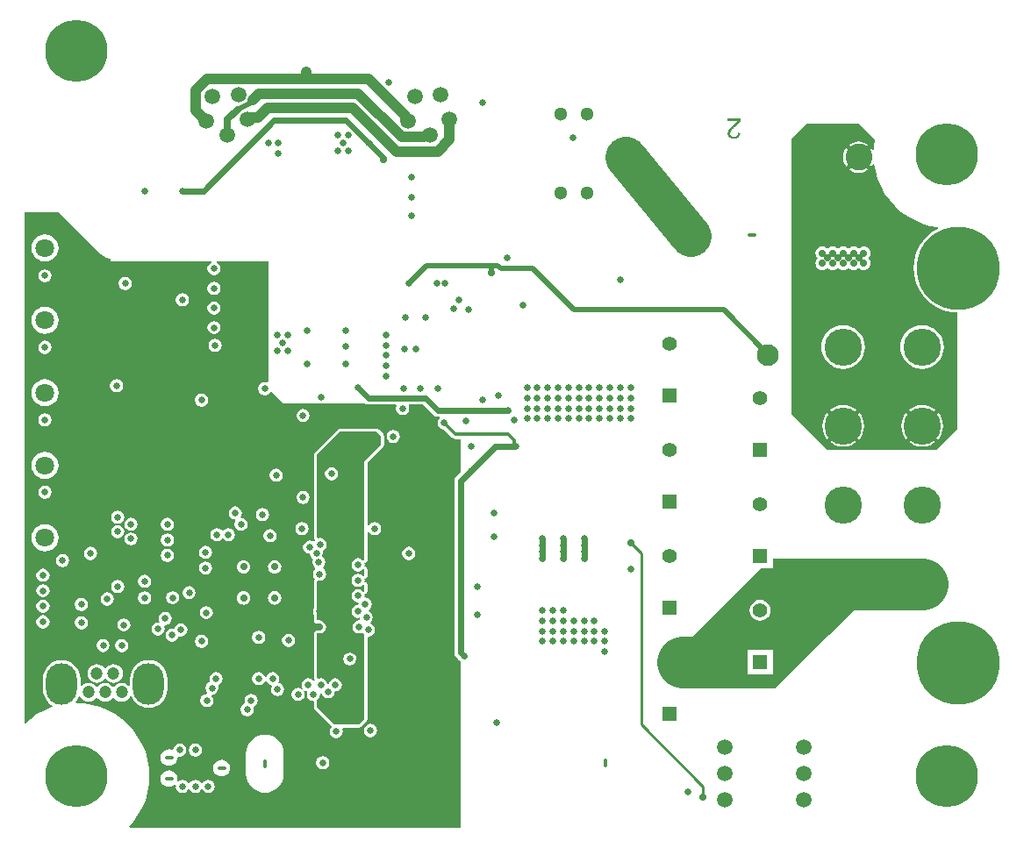
<source format=gbr>
%TF.GenerationSoftware,Altium Limited,Altium Designer,22.0.2 (36)*%
G04 Layer_Physical_Order=2*
G04 Layer_Color=36540*
%FSLAX45Y45*%
%MOMM*%
%TF.SameCoordinates,6C3A6253-EFF2-48E9-9C48-1F107FDFC152*%
%TF.FilePolarity,Positive*%
%TF.FileFunction,Copper,L2,Inr,Signal*%
%TF.Part,Single*%
G01*
G75*
%TA.AperFunction,Conductor*%
%ADD12C,4.00000*%
%ADD13C,0.25000*%
%ADD14C,0.30000*%
%ADD15C,0.65000*%
%TA.AperFunction,ComponentPad*%
%ADD17C,1.80000*%
%ADD18C,1.40000*%
%ADD19R,1.40000X1.40000*%
%ADD20O,3.00000X4.00000*%
%ADD21C,1.20000*%
%ADD22O,0.80000X0.40000*%
%ADD23C,0.65000*%
%ADD24C,3.60000*%
%ADD25C,8.00000*%
%ADD26C,2.60000*%
%ADD27C,1.50000*%
%ADD28C,2.10000*%
%ADD29C,1.30000*%
%TA.AperFunction,ViaPad*%
%ADD30C,6.00000*%
%TA.AperFunction,WasherPad*%
%ADD31O,0.40000X0.80000*%
%ADD32O,0.80000X0.40000*%
%TA.AperFunction,ViaPad*%
%ADD33C,0.65000*%
%ADD34C,0.70000*%
%TA.AperFunction,Conductor*%
%ADD35C,0.50000*%
%ADD36C,5.00000*%
%ADD37C,1.00000*%
%ADD38C,0.60000*%
G36*
X739867Y5539869D02*
X763469Y5520499D01*
X790396Y5506106D01*
X819614Y5497243D01*
X830000Y5496220D01*
Y5469999D01*
X1801145Y5470000D01*
X1801551Y5468989D01*
X1803257Y5457299D01*
X1784940Y5445060D01*
X1771126Y5424386D01*
X1766275Y5400000D01*
X1771126Y5375614D01*
X1784940Y5354940D01*
X1805614Y5341126D01*
X1830000Y5336276D01*
X1854386Y5341126D01*
X1875060Y5354940D01*
X1888874Y5375614D01*
X1893724Y5400000D01*
X1888874Y5424386D01*
X1875060Y5445060D01*
X1856743Y5457300D01*
X1858449Y5468989D01*
X1858855Y5470000D01*
X1900001D01*
X2352079D01*
Y4307846D01*
X2339378Y4299870D01*
X2320000Y4303724D01*
X2295614Y4298874D01*
X2274940Y4285060D01*
X2261126Y4264386D01*
X2256275Y4240000D01*
X2261126Y4215614D01*
X2274940Y4194940D01*
X2295614Y4181126D01*
X2320000Y4176275D01*
X2344386Y4181126D01*
X2365060Y4194940D01*
X2374720Y4209398D01*
X2390112Y4211967D01*
X2502079Y4100000D01*
X2841274D01*
X2860000Y4096276D01*
X2878727Y4100000D01*
X3286833Y4100000D01*
X3296590Y4093481D01*
X3320000Y4088825D01*
X3587303D01*
X3593289Y4077624D01*
X3591126Y4074386D01*
X3586275Y4050000D01*
X3591126Y4025613D01*
X3604940Y4004940D01*
X3625614Y3991126D01*
X3650000Y3986275D01*
X3674386Y3991126D01*
X3695060Y4004940D01*
X3708874Y4025613D01*
X3713724Y4050000D01*
X3708874Y4074386D01*
X3706710Y4077624D01*
X3712697Y4088825D01*
X3844661D01*
X3946743Y3986743D01*
X3966589Y3973481D01*
X3990000Y3968825D01*
X4003665D01*
X4007352Y3956672D01*
X4004940Y3955060D01*
X3991127Y3934386D01*
X3986276Y3910000D01*
X3991127Y3885614D01*
X4004940Y3864940D01*
X4025614Y3851126D01*
X4048550Y3846564D01*
X4127557Y3767557D01*
X4142442Y3757611D01*
X4160001Y3754118D01*
X4210000D01*
Y3436515D01*
X4166742Y3393258D01*
X4153481Y3373411D01*
X4148825Y3350000D01*
Y1691353D01*
X4153481Y1667942D01*
X4166742Y1648096D01*
X4184955Y1629883D01*
X4194940Y1614940D01*
X4210000Y1604877D01*
Y450D01*
X1016101D01*
X1010418Y13150D01*
X1052060Y59747D01*
X1097881Y124327D01*
X1136184Y193630D01*
X1166486Y266786D01*
X1188407Y342876D01*
X1201671Y420941D01*
X1206111Y500000D01*
X1201671Y579059D01*
X1188407Y657124D01*
X1166486Y733214D01*
X1136184Y806370D01*
X1097881Y875673D01*
X1052060Y940253D01*
X999296Y999296D01*
X940253Y1052060D01*
X875673Y1097881D01*
X806370Y1136184D01*
X733214Y1166486D01*
X657124Y1188407D01*
X579059Y1201671D01*
X500000Y1206111D01*
X499377Y1206076D01*
X493097Y1218443D01*
X510389Y1239514D01*
X525965Y1268654D01*
X533096Y1269761D01*
X539722Y1268630D01*
X541386Y1264612D01*
X555812Y1245811D01*
X574613Y1231385D01*
X596506Y1222317D01*
X620001Y1219224D01*
X643496Y1222317D01*
X665389Y1231385D01*
X684189Y1245811D01*
X691997Y1255986D01*
X708005D01*
X715812Y1245811D01*
X734613Y1231385D01*
X756506Y1222317D01*
X780001Y1219224D01*
X803495Y1222317D01*
X825389Y1231385D01*
X844189Y1245811D01*
X851997Y1255986D01*
X868005D01*
X875812Y1245811D01*
X894612Y1231385D01*
X916506Y1222317D01*
X940001Y1219224D01*
X963495Y1222317D01*
X985389Y1231385D01*
X1004189Y1245811D01*
X1018615Y1264612D01*
X1020280Y1268630D01*
X1026906Y1269761D01*
X1034036Y1268654D01*
X1049612Y1239514D01*
X1072106Y1212105D01*
X1099514Y1189612D01*
X1130784Y1172897D01*
X1164714Y1162605D01*
X1200001Y1159129D01*
X1235287Y1162605D01*
X1269217Y1172897D01*
X1300487Y1189612D01*
X1327896Y1212105D01*
X1350389Y1239514D01*
X1367103Y1270784D01*
X1377396Y1304714D01*
X1380872Y1340000D01*
Y1440000D01*
X1377396Y1475286D01*
X1367103Y1509216D01*
X1350389Y1540486D01*
X1327896Y1567895D01*
X1300487Y1590388D01*
X1269217Y1607103D01*
X1235287Y1617395D01*
X1200001Y1620871D01*
X1164714Y1617395D01*
X1130784Y1607103D01*
X1099514Y1590388D01*
X1072106Y1567895D01*
X1049612Y1540486D01*
X1032898Y1509216D01*
X1022605Y1475286D01*
X1019130Y1440000D01*
Y1375580D01*
X1006430Y1371269D01*
X1004189Y1374189D01*
X985389Y1388614D01*
X963495Y1397683D01*
X940001Y1400776D01*
X916506Y1397683D01*
X894612Y1388614D01*
X875812Y1374189D01*
X868005Y1364014D01*
X851997D01*
X844189Y1374189D01*
X825389Y1388614D01*
X803495Y1397683D01*
X780001Y1400776D01*
X756506Y1397683D01*
X734613Y1388614D01*
X715812Y1374189D01*
X708005Y1364014D01*
X691997D01*
X684189Y1374189D01*
X665389Y1388614D01*
X643496Y1397683D01*
X620001Y1400776D01*
X596506Y1397683D01*
X574613Y1388614D01*
X555812Y1374189D01*
X553572Y1371269D01*
X540872Y1375580D01*
Y1440000D01*
X537396Y1475286D01*
X527104Y1509216D01*
X510389Y1540486D01*
X487896Y1567895D01*
X460487Y1590388D01*
X429217Y1607103D01*
X395287Y1617395D01*
X360001Y1620871D01*
X324715Y1617395D01*
X290785Y1607103D01*
X259514Y1590388D01*
X232106Y1567895D01*
X209612Y1540486D01*
X192898Y1509216D01*
X182605Y1475286D01*
X179130Y1440000D01*
Y1340000D01*
X182605Y1304714D01*
X192898Y1270784D01*
X209612Y1239514D01*
X232106Y1212105D01*
X259514Y1189612D01*
X275287Y1181181D01*
X273954Y1168551D01*
X266786Y1166486D01*
X193630Y1136184D01*
X124327Y1097881D01*
X59747Y1052060D01*
X13150Y1010418D01*
X450Y1016101D01*
Y5944250D01*
X335487D01*
X739867Y5539869D01*
D02*
G37*
G36*
X8100000Y2600000D02*
Y2430417D01*
X8087300Y2428533D01*
X8085670Y2433907D01*
X8067098Y2468652D01*
X8054855Y2483571D01*
X7928285Y2357000D01*
X8054855Y2230430D01*
X8067098Y2245349D01*
X8085670Y2280093D01*
X8087300Y2285467D01*
X8100000Y2283583D01*
Y2200000D01*
X7250000Y1350000D01*
X6450000D01*
Y1850000D01*
X7105001Y2505000D01*
X7220000D01*
Y2600000D01*
X8100000Y2600000D01*
D02*
G37*
G36*
X8208875Y6641125D02*
X8198330Y6579059D01*
X8196479Y6546102D01*
X8183599Y6543257D01*
X8175324Y6558739D01*
X8169329Y6566044D01*
X8078285Y6475000D01*
X8169329Y6383956D01*
X8175324Y6391261D01*
X8186832Y6412792D01*
X8200081Y6410636D01*
X8211593Y6342876D01*
X8233514Y6266786D01*
X8263817Y6193630D01*
X8302120Y6124327D01*
X8347941Y6059747D01*
X8400705Y6000704D01*
X8459748Y5947940D01*
X8524327Y5902119D01*
X8593631Y5863816D01*
X8666787Y5833514D01*
X8742876Y5811593D01*
X8813297Y5799628D01*
X8815225Y5786418D01*
X8798539Y5778190D01*
X8751671Y5746874D01*
X8709292Y5709708D01*
X8672126Y5667329D01*
X8640810Y5620461D01*
X8615880Y5569907D01*
X8597761Y5516531D01*
X8586764Y5461247D01*
X8583078Y5405000D01*
X8586764Y5348753D01*
X8597761Y5293469D01*
X8615880Y5240093D01*
X8640810Y5189539D01*
X8672126Y5142671D01*
X8709292Y5100292D01*
X8751671Y5063126D01*
X8798539Y5031810D01*
X8849093Y5006880D01*
X8902469Y4988761D01*
X8957753Y4977764D01*
X9000000Y4974995D01*
Y3850000D01*
X8800000Y3650000D01*
X7750000D01*
X7400000Y4000000D01*
Y6650000D01*
X7550000Y6800000D01*
X8050000D01*
X8208875Y6641125D01*
D02*
G37*
G36*
X6913437Y6846196D02*
Y6845085D01*
Y6843420D01*
X6913159Y6841199D01*
X6912881Y6838700D01*
X6912326Y6835924D01*
X6911771Y6833148D01*
X6910660Y6830094D01*
Y6829816D01*
X6910383Y6829539D01*
X6909827Y6827873D01*
X6908717Y6825374D01*
X6907051Y6822043D01*
X6904830Y6818156D01*
X6902054Y6813714D01*
X6899000Y6809272D01*
X6895113Y6804553D01*
Y6804275D01*
X6894558Y6803997D01*
X6893170Y6802332D01*
X6890672Y6799833D01*
X6887062Y6796224D01*
X6882898Y6792060D01*
X6877623Y6787062D01*
X6871238Y6781510D01*
X6864297Y6775680D01*
X6864020Y6775402D01*
X6862909Y6774569D01*
X6861244Y6773181D01*
X6859300Y6771516D01*
X6856802Y6769295D01*
X6853748Y6766796D01*
X6850694Y6764020D01*
X6847085Y6760966D01*
X6840144Y6754303D01*
X6833204Y6747640D01*
X6829872Y6744309D01*
X6826818Y6740977D01*
X6824042Y6737923D01*
X6821821Y6734869D01*
Y6734592D01*
X6821266Y6734314D01*
X6820711Y6733481D01*
X6820156Y6732371D01*
X6818212Y6729317D01*
X6815991Y6725708D01*
X6814048Y6721266D01*
X6812104Y6716546D01*
X6810994Y6711272D01*
X6810439Y6706274D01*
Y6705997D01*
Y6705719D01*
X6810716Y6704053D01*
X6810994Y6701277D01*
X6811827Y6698223D01*
X6812937Y6694337D01*
X6814881Y6690450D01*
X6817379Y6686563D01*
X6820711Y6682677D01*
X6821266Y6682121D01*
X6822654Y6681011D01*
X6824597Y6679623D01*
X6827651Y6677679D01*
X6831538Y6676014D01*
X6835980Y6674348D01*
X6841255Y6673237D01*
X6847085Y6672960D01*
X6848751D01*
X6849861Y6673237D01*
X6853193Y6673515D01*
X6857079Y6674348D01*
X6861244Y6675458D01*
X6865963Y6677402D01*
X6870405Y6679900D01*
X6874569Y6683232D01*
X6875125Y6683787D01*
X6876235Y6685175D01*
X6877901Y6687396D01*
X6879567Y6690728D01*
X6881510Y6694614D01*
X6883176Y6699611D01*
X6884286Y6705164D01*
X6884841Y6711549D01*
X6908995Y6709051D01*
Y6708773D01*
X6908717Y6707940D01*
Y6706552D01*
X6908439Y6704609D01*
X6907884Y6702388D01*
X6907329Y6699889D01*
X6906496Y6696835D01*
X6905663Y6693781D01*
X6903442Y6687118D01*
X6900111Y6680456D01*
X6898167Y6677124D01*
X6895669Y6673793D01*
X6893170Y6670739D01*
X6890394Y6667963D01*
X6890116Y6667685D01*
X6889561Y6667407D01*
X6888728Y6666574D01*
X6887340Y6665742D01*
X6885674Y6664631D01*
X6883731Y6663521D01*
X6881510Y6662132D01*
X6878734Y6660744D01*
X6875680Y6659356D01*
X6872348Y6657968D01*
X6868739Y6656858D01*
X6864853Y6655747D01*
X6860688Y6654914D01*
X6856246Y6654081D01*
X6851527Y6653804D01*
X6846530Y6653526D01*
X6843753D01*
X6841810Y6653804D01*
X6839589Y6654081D01*
X6836813Y6654359D01*
X6833759Y6654914D01*
X6830705Y6655470D01*
X6823487Y6657413D01*
X6816269Y6660189D01*
X6812660Y6661855D01*
X6809051Y6663798D01*
X6805719Y6666297D01*
X6802665Y6669073D01*
X6802388Y6669351D01*
X6801832Y6669628D01*
X6801277Y6670739D01*
X6800167Y6671849D01*
X6798779Y6673237D01*
X6797391Y6675181D01*
X6796002Y6677124D01*
X6794337Y6679623D01*
X6791560Y6684897D01*
X6788784Y6691560D01*
X6787674Y6694892D01*
X6787119Y6698779D01*
X6786563Y6702665D01*
X6786286Y6706830D01*
Y6707385D01*
Y6708773D01*
X6786563Y6710994D01*
X6786841Y6714048D01*
X6787396Y6717379D01*
X6788507Y6721266D01*
X6789617Y6725430D01*
X6791283Y6729595D01*
X6791560Y6730150D01*
X6792116Y6731538D01*
X6793226Y6733759D01*
X6794892Y6736813D01*
X6797113Y6740144D01*
X6799889Y6744309D01*
X6803221Y6748473D01*
X6807107Y6753192D01*
X6807663Y6753748D01*
X6809051Y6755413D01*
X6810439Y6756802D01*
X6811827Y6758190D01*
X6813493Y6759855D01*
X6815714Y6762076D01*
X6817935Y6764297D01*
X6820711Y6766796D01*
X6823487Y6769572D01*
X6826818Y6772626D01*
X6830428Y6775680D01*
X6834314Y6779289D01*
X6838756Y6782898D01*
X6843198Y6786785D01*
X6843476Y6787062D01*
X6844031Y6787618D01*
X6845142Y6788450D01*
X6846530Y6789561D01*
X6848195Y6791227D01*
X6850139Y6792892D01*
X6854581Y6796502D01*
X6859300Y6800666D01*
X6863742Y6804830D01*
X6867629Y6808439D01*
X6869295Y6809827D01*
X6870683Y6811215D01*
X6870960Y6811493D01*
X6871793Y6812326D01*
X6872904Y6813436D01*
X6874292Y6815102D01*
X6875680Y6817046D01*
X6877346Y6818989D01*
X6880677Y6823708D01*
X6786008D01*
Y6846473D01*
X6913437D01*
Y6846196D01*
D02*
G37*
%LPC*%
G36*
X200000Y5731122D02*
X166064Y5726654D01*
X134439Y5713555D01*
X107283Y5692717D01*
X86446Y5665561D01*
X73347Y5633937D01*
X68879Y5600000D01*
X73347Y5566064D01*
X86446Y5534439D01*
X107283Y5507283D01*
X134439Y5486445D01*
X166064Y5473346D01*
X200000Y5468879D01*
X233937Y5473346D01*
X265561Y5486445D01*
X292717Y5507283D01*
X313555Y5534439D01*
X326654Y5566064D01*
X331122Y5600000D01*
X326654Y5633937D01*
X313555Y5665561D01*
X292717Y5692717D01*
X265561Y5713555D01*
X233937Y5726654D01*
X200000Y5731122D01*
D02*
G37*
G36*
Y5393725D02*
X175614Y5388874D01*
X154940Y5375060D01*
X141126Y5354386D01*
X136276Y5330000D01*
X141126Y5305614D01*
X154940Y5284940D01*
X175614Y5271126D01*
X200000Y5266275D01*
X224387Y5271126D01*
X245060Y5284940D01*
X258874Y5305614D01*
X263725Y5330000D01*
X258874Y5354386D01*
X245060Y5375060D01*
X224387Y5388874D01*
X200000Y5393725D01*
D02*
G37*
G36*
X973500Y5318724D02*
X949114Y5313874D01*
X928440Y5300060D01*
X914627Y5279386D01*
X909776Y5255000D01*
X914627Y5230614D01*
X928440Y5209940D01*
X949114Y5196126D01*
X973500Y5191275D01*
X997887Y5196126D01*
X1018561Y5209940D01*
X1032374Y5230614D01*
X1037225Y5255000D01*
X1032374Y5279386D01*
X1018561Y5300060D01*
X997887Y5313874D01*
X973500Y5318724D01*
D02*
G37*
G36*
X1830000Y5273725D02*
X1805614Y5268874D01*
X1784940Y5255060D01*
X1771126Y5234386D01*
X1766275Y5210000D01*
X1771126Y5185614D01*
X1784940Y5164940D01*
X1805614Y5151126D01*
X1830000Y5146275D01*
X1854386Y5151126D01*
X1875060Y5164940D01*
X1888874Y5185614D01*
X1893724Y5210000D01*
X1888874Y5234386D01*
X1875060Y5255060D01*
X1854386Y5268874D01*
X1830000Y5273725D01*
D02*
G37*
G36*
X1524997Y5163714D02*
X1500611Y5158864D01*
X1479937Y5145050D01*
X1466123Y5124376D01*
X1461272Y5099990D01*
X1466123Y5075604D01*
X1479937Y5054930D01*
X1500611Y5041116D01*
X1524997Y5036265D01*
X1549383Y5041116D01*
X1570057Y5054930D01*
X1583871Y5075604D01*
X1588721Y5099990D01*
X1583871Y5124376D01*
X1570057Y5145050D01*
X1549383Y5158864D01*
X1524997Y5163714D01*
D02*
G37*
G36*
X1830000Y5083725D02*
X1805614Y5078874D01*
X1784940Y5065060D01*
X1771126Y5044386D01*
X1766275Y5020000D01*
X1771126Y4995614D01*
X1784940Y4974940D01*
X1805614Y4961126D01*
X1830000Y4956276D01*
X1854386Y4961126D01*
X1875060Y4974940D01*
X1888874Y4995614D01*
X1893724Y5020000D01*
X1888874Y5044386D01*
X1875060Y5065060D01*
X1854386Y5078874D01*
X1830000Y5083725D01*
D02*
G37*
G36*
X200000Y5031122D02*
X166064Y5026654D01*
X134439Y5013555D01*
X107283Y4992717D01*
X86446Y4965561D01*
X73347Y4933937D01*
X68879Y4900000D01*
X73347Y4866063D01*
X86446Y4834439D01*
X107283Y4807283D01*
X134439Y4786445D01*
X166064Y4773346D01*
X200000Y4768878D01*
X233937Y4773346D01*
X265561Y4786445D01*
X292717Y4807283D01*
X313555Y4834439D01*
X326654Y4866063D01*
X331122Y4900000D01*
X326654Y4933937D01*
X313555Y4965561D01*
X292717Y4992717D01*
X265561Y5013555D01*
X233937Y5026654D01*
X200000Y5031122D01*
D02*
G37*
G36*
X1830000Y4893725D02*
X1805614Y4888874D01*
X1784940Y4875060D01*
X1771126Y4854386D01*
X1766275Y4830000D01*
X1771126Y4805614D01*
X1784940Y4784940D01*
X1805614Y4771126D01*
X1830000Y4766275D01*
X1854386Y4771126D01*
X1875060Y4784940D01*
X1888874Y4805614D01*
X1893724Y4830000D01*
X1888874Y4854386D01*
X1875060Y4875060D01*
X1854386Y4888874D01*
X1830000Y4893725D01*
D02*
G37*
G36*
X1840000Y4723725D02*
X1815614Y4718874D01*
X1794940Y4705060D01*
X1781126Y4684386D01*
X1776275Y4660000D01*
X1781126Y4635614D01*
X1794940Y4614940D01*
X1815614Y4601126D01*
X1840000Y4596276D01*
X1864386Y4601126D01*
X1885060Y4614940D01*
X1898874Y4635614D01*
X1903724Y4660000D01*
X1898874Y4684386D01*
X1885060Y4705060D01*
X1864386Y4718874D01*
X1840000Y4723725D01*
D02*
G37*
G36*
X200000Y4703725D02*
X175614Y4698874D01*
X154940Y4685060D01*
X141126Y4664386D01*
X136276Y4640000D01*
X141126Y4615614D01*
X154940Y4594940D01*
X175614Y4581126D01*
X200000Y4576276D01*
X224387Y4581126D01*
X245060Y4594940D01*
X258874Y4615614D01*
X263725Y4640000D01*
X258874Y4664386D01*
X245060Y4685060D01*
X224387Y4698874D01*
X200000Y4703725D01*
D02*
G37*
G36*
X890000Y4333724D02*
X865614Y4328874D01*
X844940Y4315060D01*
X831126Y4294386D01*
X826275Y4270000D01*
X831126Y4245614D01*
X844940Y4224940D01*
X865614Y4211126D01*
X890000Y4206275D01*
X914386Y4211126D01*
X935060Y4224940D01*
X948874Y4245614D01*
X953725Y4270000D01*
X948874Y4294386D01*
X935060Y4315060D01*
X914386Y4328874D01*
X890000Y4333724D01*
D02*
G37*
G36*
X200000Y4331122D02*
X166064Y4326654D01*
X134440Y4313555D01*
X107283Y4292717D01*
X86446Y4265561D01*
X73347Y4233937D01*
X68879Y4200000D01*
X73347Y4166064D01*
X86446Y4134440D01*
X107283Y4107283D01*
X134440Y4086445D01*
X166064Y4073346D01*
X200000Y4068879D01*
X233937Y4073346D01*
X265561Y4086445D01*
X292717Y4107283D01*
X313555Y4134440D01*
X326654Y4166064D01*
X331122Y4200000D01*
X326654Y4233937D01*
X313555Y4265561D01*
X292717Y4292717D01*
X265561Y4313555D01*
X233937Y4326654D01*
X200000Y4331122D01*
D02*
G37*
G36*
X1710000Y4193725D02*
X1685614Y4188874D01*
X1664940Y4175060D01*
X1651126Y4154386D01*
X1646275Y4130000D01*
X1651126Y4105614D01*
X1664940Y4084940D01*
X1685614Y4071126D01*
X1710000Y4066276D01*
X1734386Y4071126D01*
X1755060Y4084940D01*
X1768874Y4105614D01*
X1773724Y4130000D01*
X1768874Y4154386D01*
X1755060Y4175060D01*
X1734386Y4188874D01*
X1710000Y4193725D01*
D02*
G37*
G36*
X2690000Y4043724D02*
X2665614Y4038874D01*
X2644940Y4025060D01*
X2631126Y4004386D01*
X2626275Y3980000D01*
X2631126Y3955614D01*
X2644940Y3934940D01*
X2665614Y3921126D01*
X2690000Y3916275D01*
X2714386Y3921126D01*
X2735060Y3934940D01*
X2748874Y3955614D01*
X2753724Y3980000D01*
X2748874Y4004386D01*
X2735060Y4025060D01*
X2714386Y4038874D01*
X2690000Y4043724D01*
D02*
G37*
G36*
X200000Y4003725D02*
X175614Y3998874D01*
X154940Y3985060D01*
X141126Y3964386D01*
X136276Y3940000D01*
X141126Y3915614D01*
X154940Y3894940D01*
X175614Y3881126D01*
X200000Y3876275D01*
X224387Y3881126D01*
X245060Y3894940D01*
X258874Y3915614D01*
X263725Y3940000D01*
X258874Y3964386D01*
X245060Y3985060D01*
X224387Y3998874D01*
X200000Y4003725D01*
D02*
G37*
G36*
X3560000Y3843725D02*
X3535614Y3838874D01*
X3514940Y3825060D01*
X3501126Y3804386D01*
X3496275Y3780000D01*
X3501126Y3755614D01*
X3514940Y3734940D01*
X3535614Y3721126D01*
X3560000Y3716276D01*
X3584386Y3721126D01*
X3605060Y3734940D01*
X3618874Y3755614D01*
X3623725Y3780000D01*
X3618874Y3804386D01*
X3605060Y3825060D01*
X3584386Y3838874D01*
X3560000Y3843725D01*
D02*
G37*
G36*
X200000Y3631122D02*
X166064Y3626654D01*
X134440Y3613555D01*
X107283Y3592717D01*
X86446Y3565561D01*
X73347Y3533937D01*
X68879Y3500000D01*
X73347Y3466063D01*
X86446Y3434439D01*
X107283Y3407283D01*
X134440Y3386445D01*
X166064Y3373346D01*
X200000Y3368878D01*
X233937Y3373346D01*
X265561Y3386445D01*
X292717Y3407283D01*
X313555Y3434439D01*
X326654Y3466063D01*
X331122Y3500000D01*
X326654Y3533937D01*
X313555Y3565561D01*
X292717Y3592717D01*
X265561Y3613555D01*
X233937Y3626654D01*
X200000Y3631122D01*
D02*
G37*
G36*
X2430000Y3468724D02*
X2405614Y3463873D01*
X2384940Y3450060D01*
X2371126Y3429386D01*
X2366276Y3405000D01*
X2371126Y3380613D01*
X2384940Y3359939D01*
X2405614Y3346126D01*
X2430000Y3341275D01*
X2454387Y3346126D01*
X2475060Y3359939D01*
X2488874Y3380613D01*
X2493725Y3405000D01*
X2488874Y3429386D01*
X2475060Y3450060D01*
X2454387Y3463873D01*
X2430000Y3468724D01*
D02*
G37*
G36*
X200000Y3303725D02*
X175614Y3298874D01*
X154940Y3285060D01*
X141126Y3264386D01*
X136276Y3240000D01*
X141126Y3215614D01*
X154940Y3194940D01*
X175614Y3181126D01*
X200000Y3176276D01*
X224387Y3181126D01*
X245060Y3194940D01*
X258874Y3215614D01*
X263725Y3240000D01*
X258874Y3264386D01*
X245060Y3285060D01*
X224387Y3298874D01*
X200000Y3303725D01*
D02*
G37*
G36*
X2690000Y3253725D02*
X2665614Y3248874D01*
X2644940Y3235060D01*
X2631127Y3214387D01*
X2626276Y3190000D01*
X2631127Y3165614D01*
X2644940Y3144940D01*
X2665614Y3131126D01*
X2690000Y3126276D01*
X2714387Y3131126D01*
X2735061Y3144940D01*
X2748874Y3165614D01*
X2753725Y3190000D01*
X2748874Y3214387D01*
X2735061Y3235060D01*
X2714387Y3248874D01*
X2690000Y3253725D01*
D02*
G37*
G36*
X2299541Y3088725D02*
X2275155Y3083874D01*
X2254481Y3070060D01*
X2240667Y3049386D01*
X2235816Y3025000D01*
X2240667Y3000614D01*
X2254481Y2979940D01*
X2275155Y2966126D01*
X2299541Y2961276D01*
X2323927Y2966126D01*
X2344601Y2979940D01*
X2358415Y3000614D01*
X2363266Y3025000D01*
X2358415Y3049386D01*
X2344601Y3070060D01*
X2323927Y3083874D01*
X2299541Y3088725D01*
D02*
G37*
G36*
X900000Y3063725D02*
X875614Y3058874D01*
X854940Y3045060D01*
X841127Y3024386D01*
X836276Y3000000D01*
X841127Y2975614D01*
X854940Y2954940D01*
X875614Y2941126D01*
X900000Y2936276D01*
X924387Y2941126D01*
X945061Y2954940D01*
X958874Y2975614D01*
X963725Y3000000D01*
X958874Y3024386D01*
X945061Y3045060D01*
X924387Y3058874D01*
X900000Y3063725D01*
D02*
G37*
G36*
X1970000Y2893725D02*
X1945614Y2888874D01*
X1924940Y2875060D01*
X1921350Y2869687D01*
X1908650D01*
X1905060Y2875060D01*
X1884386Y2888874D01*
X1860000Y2893724D01*
X1835614Y2888874D01*
X1814940Y2875060D01*
X1801126Y2854386D01*
X1796276Y2830000D01*
X1801126Y2805614D01*
X1814940Y2784940D01*
X1835614Y2771126D01*
X1860000Y2766275D01*
X1884386Y2771126D01*
X1905060Y2784940D01*
X1908650Y2790313D01*
X1921350D01*
X1924940Y2784940D01*
X1945614Y2771126D01*
X1970000Y2766276D01*
X1994387Y2771126D01*
X2015060Y2784940D01*
X2028874Y2805614D01*
X2033725Y2830000D01*
X2028874Y2854386D01*
X2015060Y2875060D01*
X1994387Y2888874D01*
X1970000Y2893725D01*
D02*
G37*
G36*
X2035001Y3103725D02*
X2010614Y3098874D01*
X1989940Y3085060D01*
X1976127Y3064386D01*
X1971276Y3040000D01*
X1976127Y3015614D01*
X1989940Y2994940D01*
X2010614Y2981126D01*
X2031008Y2977069D01*
X2036740Y2967381D01*
X2037435Y2963828D01*
X2031126Y2954387D01*
X2026276Y2930000D01*
X2031126Y2905614D01*
X2044940Y2884940D01*
X2065614Y2871126D01*
X2090000Y2866276D01*
X2114387Y2871126D01*
X2135060Y2884940D01*
X2148874Y2905614D01*
X2153725Y2930000D01*
X2148874Y2954387D01*
X2135060Y2975060D01*
X2114387Y2988874D01*
X2093993Y2992931D01*
X2088261Y3002619D01*
X2087566Y3006172D01*
X2093874Y3015614D01*
X2098725Y3040000D01*
X2093874Y3064386D01*
X2080061Y3085060D01*
X2059387Y3098874D01*
X2035001Y3103725D01*
D02*
G37*
G36*
X1030000Y2993725D02*
X1005614Y2988874D01*
X984940Y2975060D01*
X971127Y2954387D01*
X966276Y2930000D01*
X971127Y2905614D01*
X984940Y2884940D01*
X1005614Y2871126D01*
X1030000Y2866276D01*
X1054387Y2871126D01*
X1075061Y2884940D01*
X1088874Y2905614D01*
X1093725Y2930000D01*
X1088874Y2954387D01*
X1075061Y2975060D01*
X1054387Y2988874D01*
X1030000Y2993725D01*
D02*
G37*
G36*
X1380000Y2993725D02*
X1355614Y2988874D01*
X1334940Y2975060D01*
X1321126Y2954386D01*
X1316275Y2930000D01*
X1321126Y2905614D01*
X1334940Y2884940D01*
X1355614Y2871126D01*
X1380000Y2866275D01*
X1404386Y2871126D01*
X1425060Y2884940D01*
X1438874Y2905614D01*
X1443725Y2930000D01*
X1438874Y2954386D01*
X1425060Y2975060D01*
X1404386Y2988874D01*
X1380000Y2993725D01*
D02*
G37*
G36*
X3400000Y3855588D02*
X3399999Y3855588D01*
X3045000D01*
X3033295Y3853259D01*
X3023371Y3846629D01*
X2803371Y3626629D01*
X2796741Y3616705D01*
X2794412Y3605000D01*
X2794412Y3604998D01*
Y2805905D01*
X2794751Y2804204D01*
X2794605Y2802474D01*
X2795906Y2798396D01*
X2796741Y2794200D01*
X2797705Y2792757D01*
X2798232Y2791104D01*
X2799614Y2789468D01*
X2801078Y2787708D01*
X2803371Y2784276D01*
X2801994Y2771910D01*
X2799898Y2768772D01*
X2782768Y2764944D01*
X2776886Y2768874D01*
X2752500Y2773724D01*
X2728114Y2768874D01*
X2707440Y2755060D01*
X2693626Y2734386D01*
X2688775Y2710000D01*
X2693626Y2685614D01*
X2707440Y2664940D01*
X2728114Y2651126D01*
X2752500Y2646275D01*
X2754240Y2646621D01*
X2758418Y2625614D01*
X2772232Y2604940D01*
X2787294Y2594876D01*
X2783626Y2589386D01*
X2778775Y2565000D01*
X2783626Y2540614D01*
X2797440Y2519940D01*
X2808378Y2512631D01*
Y2497357D01*
X2804940Y2495060D01*
X2791126Y2474386D01*
X2786275Y2450000D01*
X2791126Y2425614D01*
X2800307Y2411874D01*
X2803001Y2401369D01*
X2798855Y2393731D01*
X2798024Y2392718D01*
X2797584Y2391266D01*
X2796741Y2390004D01*
X2795864Y2385598D01*
X2794559Y2381297D01*
X2794708Y2379786D01*
X2794412Y2378299D01*
Y2123046D01*
X2788626Y2114386D01*
X2783776Y2090000D01*
X2788626Y2065614D01*
X2794412Y2056955D01*
Y2003725D01*
X2796741Y1992019D01*
X2803371Y1982096D01*
X2813295Y1975465D01*
X2825000Y1973137D01*
X2844488D01*
X2859952Y1970061D01*
X2870508Y1963008D01*
X2877561Y1952452D01*
X2880038Y1940000D01*
X2877561Y1927549D01*
X2870508Y1916993D01*
X2859952Y1909939D01*
X2844488Y1906863D01*
X2825000D01*
X2813295Y1904535D01*
X2803371Y1897905D01*
X2796741Y1887981D01*
X2794412Y1876276D01*
Y1445656D01*
X2795366Y1440863D01*
X2795972Y1436013D01*
X2796523Y1435044D01*
X2796741Y1433950D01*
X2799456Y1429887D01*
X2801197Y1426824D01*
X2800583Y1424676D01*
X2787942Y1422698D01*
X2786163Y1423397D01*
X2785049Y1425064D01*
X2764375Y1438878D01*
X2739989Y1443729D01*
X2715603Y1438878D01*
X2694929Y1425064D01*
X2681115Y1404391D01*
X2676264Y1380004D01*
X2681115Y1355618D01*
X2687338Y1346305D01*
X2678181Y1337149D01*
X2664375Y1346374D01*
X2639989Y1351225D01*
X2615603Y1346374D01*
X2594929Y1332560D01*
X2581115Y1311886D01*
X2576265Y1287500D01*
X2581115Y1263114D01*
X2594929Y1242440D01*
X2615603Y1228626D01*
X2639989Y1223776D01*
X2664375Y1228626D01*
X2685049Y1242440D01*
X2698863Y1263114D01*
X2703714Y1287500D01*
X2698863Y1311886D01*
X2692641Y1321199D01*
X2701797Y1330355D01*
X2715603Y1321130D01*
X2729465Y1318373D01*
X2731115Y1314391D01*
X2726264Y1290005D01*
X2731115Y1265618D01*
X2744929Y1244944D01*
X2765603Y1231131D01*
X2789989Y1226280D01*
X2794412Y1222650D01*
Y1165000D01*
X2796741Y1153295D01*
X2803371Y1143372D01*
X2803372Y1143371D01*
X2959826Y986917D01*
X2964940Y975060D01*
X2960706Y968723D01*
X2951127Y954386D01*
X2946276Y930000D01*
X2951127Y905614D01*
X2964940Y884940D01*
X2985614Y871126D01*
X3010001Y866276D01*
X3034387Y871126D01*
X3055061Y884940D01*
X3068874Y905614D01*
X3073725Y930000D01*
X3068874Y954386D01*
X3066318Y958212D01*
X3072305Y969412D01*
X3229999D01*
X3230000Y969412D01*
X3241706Y971741D01*
X3251629Y978371D01*
X3301629Y1028371D01*
X3308260Y1038295D01*
X3310588Y1050000D01*
X3310588Y1050001D01*
Y1838564D01*
X3319988Y1846279D01*
X3344374Y1851129D01*
X3365048Y1864943D01*
X3378862Y1885617D01*
X3383712Y1910003D01*
X3378862Y1934390D01*
X3365048Y1955063D01*
X3344374Y1968877D01*
X3342653Y1969220D01*
X3340175Y1981675D01*
X3345061Y1984940D01*
X3358874Y2005614D01*
X3363725Y2030000D01*
X3358874Y2054386D01*
X3345061Y2075060D01*
X3324387Y2088874D01*
X3318825Y2089980D01*
X3318616Y2090504D01*
X3317484Y2103196D01*
X3335061Y2114940D01*
X3348874Y2135614D01*
X3353725Y2160000D01*
X3348874Y2184386D01*
X3335061Y2205060D01*
X3314387Y2218874D01*
X3290773Y2223571D01*
X3282437Y2233524D01*
X3283725Y2240000D01*
X3280962Y2253889D01*
X3288880Y2256291D01*
X3290217Y2257006D01*
X3291706Y2257302D01*
X3295443Y2259799D01*
X3299405Y2261917D01*
X3300367Y2263089D01*
X3301629Y2263932D01*
X3304126Y2267669D01*
X3306976Y2271142D01*
X3307417Y2272595D01*
X3308260Y2273856D01*
X3309136Y2278262D01*
X3310441Y2282563D01*
X3310292Y2284073D01*
X3310588Y2285561D01*
X3310588Y2344439D01*
X3310292Y2345927D01*
X3310440Y2347437D01*
X3309136Y2351737D01*
X3308259Y2356144D01*
X3307417Y2357405D01*
X3306976Y2358858D01*
X3304125Y2362332D01*
X3301629Y2366068D01*
X3300367Y2366911D01*
X3299405Y2368083D01*
X3295442Y2370202D01*
X3291705Y2372698D01*
X3290218Y2372994D01*
X3288880Y2373710D01*
X3280962Y2376111D01*
X3283725Y2390000D01*
X3280962Y2403889D01*
X3288880Y2406291D01*
X3290218Y2407006D01*
X3291705Y2407302D01*
X3295442Y2409798D01*
X3299405Y2411917D01*
X3300367Y2413089D01*
X3301629Y2413932D01*
X3304125Y2417669D01*
X3306976Y2421142D01*
X3307417Y2422595D01*
X3308259Y2423856D01*
X3309136Y2428262D01*
X3310440Y2432563D01*
X3310292Y2434073D01*
X3310588Y2435561D01*
Y2494440D01*
X3310292Y2495928D01*
X3310440Y2497438D01*
X3309136Y2501739D01*
X3308259Y2506145D01*
X3307417Y2507406D01*
X3306976Y2508859D01*
X3304125Y2512332D01*
X3301629Y2516068D01*
X3300367Y2516912D01*
X3299404Y2518084D01*
X3295442Y2520202D01*
X3291705Y2522699D01*
X3290218Y2522995D01*
X3288879Y2523710D01*
X3280962Y2526112D01*
X3283725Y2540000D01*
X3280962Y2553888D01*
X3288879Y2556290D01*
X3290218Y2557005D01*
X3291705Y2557301D01*
X3295442Y2559798D01*
X3299404Y2561916D01*
X3300367Y2563088D01*
X3301629Y2563932D01*
X3304125Y2567668D01*
X3306976Y2571141D01*
X3307417Y2572594D01*
X3308259Y2573855D01*
X3309136Y2578261D01*
X3310440Y2582562D01*
X3310292Y2584072D01*
X3310588Y2585560D01*
Y2858526D01*
X3323288Y2862379D01*
X3334940Y2844940D01*
X3355614Y2831126D01*
X3380000Y2826276D01*
X3404387Y2831126D01*
X3425060Y2844940D01*
X3438874Y2865614D01*
X3443725Y2890000D01*
X3438874Y2914386D01*
X3425060Y2935060D01*
X3404387Y2948874D01*
X3380000Y2953725D01*
X3355614Y2948874D01*
X3334940Y2935060D01*
X3323288Y2917621D01*
X3310588Y2921474D01*
Y3527330D01*
X3461629Y3678371D01*
X3468260Y3688295D01*
X3470588Y3700000D01*
X3470588Y3700001D01*
X3470588Y3785000D01*
X3468260Y3796706D01*
X3461629Y3806629D01*
X3461629Y3806629D01*
X3421630Y3846628D01*
X3421629Y3846629D01*
X3411706Y3853259D01*
X3400000Y3855588D01*
D02*
G37*
G36*
X2680000Y2953725D02*
X2655614Y2948874D01*
X2634940Y2935060D01*
X2621127Y2914386D01*
X2616276Y2890000D01*
X2621127Y2865614D01*
X2634940Y2844940D01*
X2655614Y2831126D01*
X2680000Y2826276D01*
X2704387Y2831126D01*
X2725061Y2844940D01*
X2738874Y2865614D01*
X2743725Y2890000D01*
X2738874Y2914386D01*
X2725061Y2935060D01*
X2704387Y2948874D01*
X2680000Y2953725D01*
D02*
G37*
G36*
X900000Y2923725D02*
X875614Y2918874D01*
X854940Y2905060D01*
X841127Y2884386D01*
X836276Y2860000D01*
X841127Y2835614D01*
X854940Y2814940D01*
X875614Y2801126D01*
X900000Y2796276D01*
X924387Y2801126D01*
X945061Y2814940D01*
X958874Y2835614D01*
X963725Y2860000D01*
X958874Y2884386D01*
X945061Y2905060D01*
X924387Y2918874D01*
X900000Y2923725D01*
D02*
G37*
G36*
X2369990Y2883726D02*
X2345603Y2878875D01*
X2324930Y2865062D01*
X2311116Y2844388D01*
X2306265Y2820001D01*
X2311116Y2795615D01*
X2324930Y2774941D01*
X2345603Y2761128D01*
X2369990Y2756277D01*
X2394376Y2761128D01*
X2415050Y2774941D01*
X2428864Y2795615D01*
X2433714Y2820001D01*
X2428864Y2844388D01*
X2415050Y2865062D01*
X2394376Y2878875D01*
X2369990Y2883726D01*
D02*
G37*
G36*
X1030000Y2853725D02*
X1005614Y2848874D01*
X984940Y2835060D01*
X971127Y2814386D01*
X966276Y2790000D01*
X971127Y2765614D01*
X984940Y2744940D01*
X1005614Y2731126D01*
X1030000Y2726275D01*
X1054387Y2731126D01*
X1075061Y2744940D01*
X1088874Y2765614D01*
X1093725Y2790000D01*
X1088874Y2814386D01*
X1075061Y2835060D01*
X1054387Y2848874D01*
X1030000Y2853725D01*
D02*
G37*
G36*
X1380000Y2843725D02*
X1355614Y2838874D01*
X1334940Y2825060D01*
X1321126Y2804386D01*
X1316275Y2780000D01*
X1321126Y2755614D01*
X1334940Y2734940D01*
X1355614Y2721126D01*
X1380000Y2716275D01*
X1404386Y2721126D01*
X1425060Y2734940D01*
X1438874Y2755614D01*
X1443725Y2780000D01*
X1438874Y2804386D01*
X1425060Y2825060D01*
X1404386Y2838874D01*
X1380000Y2843725D01*
D02*
G37*
G36*
X200000Y2931122D02*
X166064Y2926654D01*
X134440Y2913555D01*
X107283Y2892717D01*
X86446Y2865561D01*
X73347Y2833937D01*
X68879Y2800000D01*
X73347Y2766063D01*
X86446Y2734439D01*
X107283Y2707283D01*
X134440Y2686445D01*
X166064Y2673346D01*
X200000Y2668878D01*
X233937Y2673346D01*
X265561Y2686445D01*
X292717Y2707283D01*
X313555Y2734439D01*
X326654Y2766063D01*
X331122Y2800000D01*
X326654Y2833937D01*
X313555Y2865561D01*
X292717Y2892717D01*
X265561Y2913555D01*
X233937Y2926654D01*
X200000Y2931122D01*
D02*
G37*
G36*
X1750000Y2723725D02*
X1725614Y2718874D01*
X1704940Y2705060D01*
X1691126Y2684386D01*
X1686276Y2660000D01*
X1691126Y2635614D01*
X1704940Y2614940D01*
X1725614Y2601126D01*
X1750000Y2596275D01*
X1774386Y2601126D01*
X1795060Y2614940D01*
X1808874Y2635614D01*
X1813725Y2660000D01*
X1808874Y2684386D01*
X1795060Y2705060D01*
X1774386Y2718874D01*
X1750000Y2723725D01*
D02*
G37*
G36*
X3710000Y2713725D02*
X3685614Y2708874D01*
X3664940Y2695060D01*
X3651126Y2674386D01*
X3646275Y2650000D01*
X3651126Y2625614D01*
X3664940Y2604940D01*
X3685614Y2591126D01*
X3710000Y2586275D01*
X3734386Y2591126D01*
X3755060Y2604940D01*
X3768874Y2625614D01*
X3773724Y2650000D01*
X3768874Y2674386D01*
X3755060Y2695060D01*
X3734386Y2708874D01*
X3710000Y2713725D01*
D02*
G37*
G36*
X640000D02*
X615614Y2708874D01*
X594940Y2695060D01*
X581127Y2674386D01*
X576276Y2650000D01*
X581127Y2625614D01*
X594940Y2604940D01*
X615614Y2591126D01*
X640000Y2586275D01*
X664387Y2591126D01*
X685061Y2604940D01*
X698874Y2625614D01*
X703725Y2650000D01*
X698874Y2674386D01*
X685061Y2695060D01*
X664387Y2708874D01*
X640000Y2713725D01*
D02*
G37*
G36*
X1380000Y2693725D02*
X1355614Y2688874D01*
X1334940Y2675060D01*
X1321126Y2654386D01*
X1316276Y2630000D01*
X1321126Y2605614D01*
X1334940Y2584940D01*
X1355614Y2571126D01*
X1380000Y2566276D01*
X1404387Y2571126D01*
X1425060Y2584940D01*
X1438874Y2605614D01*
X1443725Y2630000D01*
X1438874Y2654386D01*
X1425060Y2675060D01*
X1404387Y2688874D01*
X1380000Y2693725D01*
D02*
G37*
G36*
X370001Y2643725D02*
X345614Y2638874D01*
X324940Y2625060D01*
X311127Y2604386D01*
X306276Y2580000D01*
X311127Y2555614D01*
X324940Y2534940D01*
X345614Y2521126D01*
X370001Y2516276D01*
X394387Y2521126D01*
X415061Y2534940D01*
X428874Y2555614D01*
X433725Y2580000D01*
X428874Y2604386D01*
X415061Y2625060D01*
X394387Y2638874D01*
X370001Y2643725D01*
D02*
G37*
G36*
X2415001Y2585561D02*
X2398032Y2583327D01*
X2382220Y2576777D01*
X2368642Y2566359D01*
X2358223Y2552781D01*
X2351674Y2536969D01*
X2349440Y2520000D01*
X2351674Y2503032D01*
X2358223Y2487220D01*
X2368642Y2473642D01*
X2382220Y2463223D01*
X2398032Y2456674D01*
X2415001Y2454440D01*
X2431969Y2456674D01*
X2447781Y2463223D01*
X2461359Y2473642D01*
X2471778Y2487220D01*
X2478327Y2503032D01*
X2480561Y2520000D01*
X2478327Y2536969D01*
X2471778Y2552781D01*
X2461359Y2566359D01*
X2447781Y2576777D01*
X2431969Y2583327D01*
X2415001Y2585561D01*
D02*
G37*
G36*
X2115001D02*
X2098032Y2583327D01*
X2082220Y2576777D01*
X2068642Y2566359D01*
X2058223Y2552781D01*
X2051674Y2536969D01*
X2049440Y2520000D01*
X2051674Y2503032D01*
X2058223Y2487220D01*
X2068642Y2473642D01*
X2082220Y2463223D01*
X2098032Y2456674D01*
X2115001Y2454440D01*
X2131969Y2456674D01*
X2147781Y2463223D01*
X2161359Y2473642D01*
X2171778Y2487220D01*
X2178327Y2503032D01*
X2180561Y2520000D01*
X2178327Y2536969D01*
X2171778Y2552781D01*
X2161359Y2566359D01*
X2147781Y2576777D01*
X2131969Y2583327D01*
X2115001Y2585561D01*
D02*
G37*
G36*
X1750000Y2573725D02*
X1725614Y2568874D01*
X1704940Y2555060D01*
X1691126Y2534386D01*
X1686276Y2510000D01*
X1691126Y2485614D01*
X1704940Y2464940D01*
X1725614Y2451126D01*
X1750000Y2446276D01*
X1774387Y2451126D01*
X1795060Y2464940D01*
X1808874Y2485614D01*
X1813725Y2510000D01*
X1808874Y2534386D01*
X1795060Y2555060D01*
X1774387Y2568874D01*
X1750000Y2573725D01*
D02*
G37*
G36*
X180000Y2503725D02*
X155614Y2498874D01*
X134940Y2485060D01*
X121127Y2464386D01*
X116276Y2440000D01*
X121127Y2415614D01*
X134940Y2394940D01*
X155614Y2381126D01*
X180000Y2376276D01*
X204387Y2381126D01*
X225061Y2394940D01*
X238874Y2415614D01*
X243725Y2440000D01*
X238874Y2464386D01*
X225061Y2485060D01*
X204387Y2498874D01*
X180000Y2503725D01*
D02*
G37*
G36*
X1160000Y2443725D02*
X1135614Y2438874D01*
X1114940Y2425060D01*
X1101127Y2404386D01*
X1096276Y2380000D01*
X1101127Y2355614D01*
X1114940Y2334940D01*
X1135614Y2321126D01*
X1160000Y2316276D01*
X1184387Y2321126D01*
X1205061Y2334940D01*
X1218874Y2355614D01*
X1223725Y2380000D01*
X1218874Y2404386D01*
X1205061Y2425060D01*
X1184387Y2438874D01*
X1160000Y2443725D01*
D02*
G37*
G36*
X900000Y2393725D02*
X875614Y2388874D01*
X854940Y2375060D01*
X841127Y2354386D01*
X836276Y2330000D01*
X841127Y2305614D01*
X854940Y2284940D01*
X875614Y2271126D01*
X900000Y2266276D01*
X924387Y2271126D01*
X945061Y2284940D01*
X958874Y2305614D01*
X963725Y2330000D01*
X958874Y2354386D01*
X945061Y2375060D01*
X924387Y2388874D01*
X900000Y2393725D01*
D02*
G37*
G36*
X180000Y2353725D02*
X155614Y2348874D01*
X134940Y2335060D01*
X121127Y2314386D01*
X116276Y2290000D01*
X121127Y2265614D01*
X134940Y2244940D01*
X155614Y2231126D01*
X180000Y2226275D01*
X204387Y2231126D01*
X225061Y2244940D01*
X238874Y2265614D01*
X243725Y2290000D01*
X238874Y2314386D01*
X225061Y2335060D01*
X204387Y2348874D01*
X180000Y2353725D01*
D02*
G37*
G36*
X1590000Y2333725D02*
X1565614Y2328874D01*
X1544940Y2315060D01*
X1531126Y2294386D01*
X1526276Y2270000D01*
X1531126Y2245614D01*
X1544940Y2224940D01*
X1565614Y2211126D01*
X1590000Y2206275D01*
X1614387Y2211126D01*
X1635060Y2224940D01*
X1648874Y2245614D01*
X1653725Y2270000D01*
X1648874Y2294386D01*
X1635060Y2315060D01*
X1614387Y2328874D01*
X1590000Y2333725D01*
D02*
G37*
G36*
X1430000Y2286225D02*
X1405614Y2281374D01*
X1384940Y2267560D01*
X1371127Y2246886D01*
X1366276Y2222500D01*
X1371127Y2198114D01*
X1384940Y2177440D01*
X1405614Y2163626D01*
X1430000Y2158775D01*
X1454387Y2163626D01*
X1475061Y2177440D01*
X1488874Y2198114D01*
X1493725Y2222500D01*
X1488874Y2246886D01*
X1475061Y2267560D01*
X1454387Y2281374D01*
X1430000Y2286225D01*
D02*
G37*
G36*
X1160000Y2283725D02*
X1135614Y2278874D01*
X1114940Y2265060D01*
X1101127Y2244386D01*
X1096276Y2220000D01*
X1101127Y2195614D01*
X1114940Y2174940D01*
X1135614Y2161126D01*
X1160000Y2156276D01*
X1184387Y2161126D01*
X1205061Y2174940D01*
X1218874Y2195614D01*
X1223725Y2220000D01*
X1218874Y2244386D01*
X1205061Y2265060D01*
X1184387Y2278874D01*
X1160000Y2283725D01*
D02*
G37*
G36*
X2415001Y2285561D02*
X2398032Y2283327D01*
X2382220Y2276778D01*
X2368642Y2266359D01*
X2358223Y2252781D01*
X2351674Y2236969D01*
X2349440Y2220000D01*
X2351674Y2203032D01*
X2358223Y2187220D01*
X2368642Y2173642D01*
X2382220Y2163223D01*
X2398032Y2156674D01*
X2415001Y2154440D01*
X2431969Y2156674D01*
X2447781Y2163223D01*
X2461359Y2173642D01*
X2471778Y2187220D01*
X2478327Y2203032D01*
X2480561Y2220000D01*
X2478327Y2236969D01*
X2471778Y2252781D01*
X2461359Y2266359D01*
X2447781Y2276778D01*
X2431969Y2283327D01*
X2415001Y2285561D01*
D02*
G37*
G36*
X2115001D02*
X2098032Y2283327D01*
X2082220Y2276778D01*
X2068642Y2266359D01*
X2058223Y2252781D01*
X2051674Y2236969D01*
X2049440Y2220000D01*
X2051674Y2203032D01*
X2058223Y2187220D01*
X2068642Y2173642D01*
X2082220Y2163223D01*
X2098032Y2156674D01*
X2115001Y2154440D01*
X2131969Y2156674D01*
X2147781Y2163223D01*
X2161359Y2173642D01*
X2171778Y2187220D01*
X2178327Y2203032D01*
X2180561Y2220000D01*
X2178327Y2236969D01*
X2171778Y2252781D01*
X2161359Y2266359D01*
X2147781Y2276778D01*
X2131969Y2283327D01*
X2115001Y2285561D01*
D02*
G37*
G36*
X800000Y2273725D02*
X775614Y2268874D01*
X754940Y2255060D01*
X741127Y2234386D01*
X736276Y2210000D01*
X741127Y2185614D01*
X754940Y2164940D01*
X775614Y2151126D01*
X800000Y2146276D01*
X824387Y2151126D01*
X845061Y2164940D01*
X858874Y2185614D01*
X863725Y2210000D01*
X858874Y2234386D01*
X845061Y2255060D01*
X824387Y2268874D01*
X800000Y2273725D01*
D02*
G37*
G36*
X550000Y2221225D02*
X525614Y2216374D01*
X504940Y2202560D01*
X491127Y2181886D01*
X486276Y2157500D01*
X491127Y2133114D01*
X504940Y2112440D01*
X525614Y2098626D01*
X550000Y2093776D01*
X574387Y2098626D01*
X595061Y2112440D01*
X608874Y2133114D01*
X613725Y2157500D01*
X608874Y2181886D01*
X595061Y2202560D01*
X574387Y2216374D01*
X550000Y2221225D01*
D02*
G37*
G36*
X180000Y2203725D02*
X155614Y2198874D01*
X134940Y2185060D01*
X121127Y2164386D01*
X116276Y2140000D01*
X121127Y2115614D01*
X134940Y2094940D01*
X155614Y2081126D01*
X180000Y2076276D01*
X204387Y2081126D01*
X225061Y2094940D01*
X238874Y2115614D01*
X243725Y2140000D01*
X238874Y2164386D01*
X225061Y2185060D01*
X204387Y2198874D01*
X180000Y2203725D01*
D02*
G37*
G36*
X1756021Y2142245D02*
X1731635Y2137395D01*
X1710961Y2123581D01*
X1697147Y2102907D01*
X1692296Y2078521D01*
X1697147Y2054134D01*
X1710961Y2033460D01*
X1731635Y2019647D01*
X1756021Y2014796D01*
X1780407Y2019647D01*
X1801081Y2033460D01*
X1814895Y2054134D01*
X1819745Y2078521D01*
X1814895Y2102907D01*
X1801081Y2123581D01*
X1780407Y2137395D01*
X1756021Y2142245D01*
D02*
G37*
G36*
X1360000Y2083725D02*
X1335614Y2078874D01*
X1314940Y2065060D01*
X1301126Y2044386D01*
X1296276Y2020000D01*
X1301126Y1995614D01*
X1302775Y1993147D01*
X1295719Y1982587D01*
X1290000Y1983725D01*
X1265614Y1978874D01*
X1244940Y1965060D01*
X1231127Y1944387D01*
X1226276Y1920000D01*
X1231127Y1895614D01*
X1244940Y1874940D01*
X1265614Y1861126D01*
X1290000Y1856276D01*
X1314387Y1861126D01*
X1335061Y1874940D01*
X1348874Y1895614D01*
X1353725Y1920000D01*
X1348874Y1944387D01*
X1347226Y1946853D01*
X1354282Y1957413D01*
X1360000Y1956275D01*
X1384387Y1961126D01*
X1405060Y1974940D01*
X1418874Y1995614D01*
X1423725Y2020000D01*
X1418874Y2044386D01*
X1405060Y2065060D01*
X1384387Y2078874D01*
X1360000Y2083725D01*
D02*
G37*
G36*
X180000Y2053725D02*
X155614Y2048874D01*
X134940Y2035060D01*
X121127Y2014386D01*
X116276Y1990000D01*
X121127Y1965614D01*
X134940Y1944940D01*
X155614Y1931126D01*
X180000Y1926276D01*
X204387Y1931126D01*
X225061Y1944940D01*
X238874Y1965614D01*
X243725Y1990000D01*
X238874Y2014386D01*
X225061Y2035060D01*
X204387Y2048874D01*
X180000Y2053725D01*
D02*
G37*
G36*
X1509991Y1973728D02*
X1485605Y1968877D01*
X1464931Y1955063D01*
X1451117Y1934390D01*
X1448424Y1920846D01*
X1427390Y1925030D01*
X1403004Y1920179D01*
X1382330Y1906365D01*
X1368516Y1885691D01*
X1363666Y1861305D01*
X1368516Y1836919D01*
X1382330Y1816245D01*
X1403004Y1802431D01*
X1427390Y1797581D01*
X1451776Y1802431D01*
X1472450Y1816245D01*
X1486264Y1836919D01*
X1488958Y1850462D01*
X1509991Y1846279D01*
X1534378Y1851129D01*
X1555051Y1864943D01*
X1568865Y1885617D01*
X1573716Y1910003D01*
X1568865Y1934390D01*
X1555051Y1955063D01*
X1534378Y1968877D01*
X1509991Y1973728D01*
D02*
G37*
G36*
X550000Y2043725D02*
X525614Y2038874D01*
X504940Y2025060D01*
X491127Y2004386D01*
X486276Y1980000D01*
X491127Y1955614D01*
X504940Y1934940D01*
X525614Y1921126D01*
X550000Y1916276D01*
X574387Y1921126D01*
X595061Y1934940D01*
X608874Y1955614D01*
X613725Y1980000D01*
X608874Y2004386D01*
X595061Y2025060D01*
X574387Y2038874D01*
X550000Y2043725D01*
D02*
G37*
G36*
X960000Y2023725D02*
X935614Y2018874D01*
X914940Y2005060D01*
X901126Y1984386D01*
X896276Y1960000D01*
X901126Y1935614D01*
X914940Y1914940D01*
X935614Y1901126D01*
X960000Y1896276D01*
X984387Y1901126D01*
X1005060Y1914940D01*
X1018874Y1935614D01*
X1023725Y1960000D01*
X1018874Y1984386D01*
X1005060Y2005060D01*
X984387Y2018874D01*
X960000Y2023725D01*
D02*
G37*
G36*
X2260000Y1903725D02*
X2235614Y1898874D01*
X2214940Y1885060D01*
X2201126Y1864386D01*
X2196276Y1840000D01*
X2201126Y1815614D01*
X2214940Y1794940D01*
X2235614Y1781126D01*
X2260000Y1776276D01*
X2284387Y1781126D01*
X2305060Y1794940D01*
X2318874Y1815614D01*
X2323725Y1840000D01*
X2318874Y1864386D01*
X2305060Y1885060D01*
X2284387Y1898874D01*
X2260000Y1903725D01*
D02*
G37*
G36*
X2550000Y1873725D02*
X2525614Y1868874D01*
X2504940Y1855060D01*
X2491127Y1834386D01*
X2486276Y1810000D01*
X2491127Y1785614D01*
X2504940Y1764940D01*
X2525614Y1751126D01*
X2550000Y1746276D01*
X2574387Y1751126D01*
X2595061Y1764940D01*
X2608874Y1785614D01*
X2613725Y1810000D01*
X2608874Y1834386D01*
X2595061Y1855060D01*
X2574387Y1868874D01*
X2550000Y1873725D01*
D02*
G37*
G36*
X1710000Y1863725D02*
X1685614Y1858874D01*
X1664940Y1845060D01*
X1651126Y1824386D01*
X1646276Y1800000D01*
X1651126Y1775614D01*
X1664940Y1754940D01*
X1685614Y1741126D01*
X1710000Y1736276D01*
X1734387Y1741126D01*
X1755060Y1754940D01*
X1768874Y1775614D01*
X1773725Y1800000D01*
X1768874Y1824386D01*
X1755060Y1845060D01*
X1734387Y1858874D01*
X1710000Y1863725D01*
D02*
G37*
G36*
X940000Y1823725D02*
X915614Y1818874D01*
X894940Y1805060D01*
X881127Y1784386D01*
X876276Y1760000D01*
X881127Y1735614D01*
X894940Y1714940D01*
X915614Y1701126D01*
X940000Y1696275D01*
X964387Y1701126D01*
X985061Y1714940D01*
X998874Y1735614D01*
X1003725Y1760000D01*
X998874Y1784386D01*
X985061Y1805060D01*
X964387Y1818874D01*
X940000Y1823725D01*
D02*
G37*
G36*
X760001D02*
X735614Y1818874D01*
X714940Y1805060D01*
X701127Y1784386D01*
X696276Y1760000D01*
X701127Y1735614D01*
X714940Y1714940D01*
X735614Y1701126D01*
X760001Y1696275D01*
X784387Y1701126D01*
X805061Y1714940D01*
X818874Y1735614D01*
X823725Y1760000D01*
X818874Y1784386D01*
X805061Y1805060D01*
X784387Y1818874D01*
X760001Y1823725D01*
D02*
G37*
G36*
X860001Y1580776D02*
X836506Y1577683D01*
X814613Y1568615D01*
X795812Y1554189D01*
X788005Y1544014D01*
X771997D01*
X764189Y1554189D01*
X745389Y1568615D01*
X723495Y1577683D01*
X700001Y1580776D01*
X676506Y1577683D01*
X654612Y1568615D01*
X635812Y1554189D01*
X621386Y1535388D01*
X612318Y1513495D01*
X609224Y1490000D01*
X612318Y1466505D01*
X621386Y1444612D01*
X635812Y1425811D01*
X654612Y1411386D01*
X676506Y1402317D01*
X700001Y1399224D01*
X723495Y1402317D01*
X745389Y1411386D01*
X764189Y1425811D01*
X771997Y1435986D01*
X788005D01*
X795812Y1425811D01*
X814613Y1411386D01*
X836506Y1402317D01*
X860001Y1399224D01*
X883496Y1402317D01*
X905389Y1411386D01*
X924189Y1425811D01*
X938615Y1444612D01*
X947684Y1466505D01*
X950777Y1490000D01*
X947684Y1513495D01*
X938615Y1535388D01*
X924189Y1554189D01*
X905389Y1568615D01*
X883496Y1577683D01*
X860001Y1580776D01*
D02*
G37*
G36*
X2395000Y1503725D02*
X2370614Y1498874D01*
X2349940Y1485060D01*
X2336126Y1464386D01*
X2333975Y1453569D01*
X2321026D01*
X2318874Y1464386D01*
X2305060Y1485060D01*
X2284387Y1498874D01*
X2260000Y1503725D01*
X2235614Y1498874D01*
X2214940Y1485060D01*
X2201126Y1464386D01*
X2196276Y1440000D01*
X2201126Y1415614D01*
X2214940Y1394940D01*
X2235614Y1381126D01*
X2260000Y1376276D01*
X2284387Y1381126D01*
X2305060Y1394940D01*
X2318874Y1415614D01*
X2321026Y1426431D01*
X2333975D01*
X2336126Y1415614D01*
X2349940Y1394940D01*
X2370614Y1381126D01*
X2383364Y1378590D01*
X2389209Y1364479D01*
X2385164Y1358425D01*
X2380314Y1334038D01*
X2385164Y1309652D01*
X2398978Y1288978D01*
X2419652Y1275164D01*
X2444038Y1270314D01*
X2468424Y1275164D01*
X2489098Y1288978D01*
X2502912Y1309652D01*
X2507763Y1334038D01*
X2502912Y1358425D01*
X2489098Y1379098D01*
X2468424Y1392912D01*
X2455674Y1395448D01*
X2449829Y1409560D01*
X2453874Y1415614D01*
X2458725Y1440000D01*
X2453874Y1464386D01*
X2440060Y1485060D01*
X2419387Y1498874D01*
X2395000Y1503725D01*
D02*
G37*
G36*
X1850000Y1503724D02*
X1825614Y1498874D01*
X1804940Y1485060D01*
X1791126Y1464386D01*
X1786276Y1440000D01*
X1789729Y1422641D01*
X1786132Y1410608D01*
X1781979Y1406445D01*
X1764940Y1395060D01*
X1751127Y1374386D01*
X1746276Y1350000D01*
X1751127Y1325614D01*
X1764362Y1305806D01*
X1762597Y1299628D01*
X1759126Y1293551D01*
X1735614Y1288874D01*
X1714940Y1275060D01*
X1701126Y1254386D01*
X1696276Y1230000D01*
X1701126Y1205614D01*
X1714940Y1184940D01*
X1735614Y1171126D01*
X1760000Y1166276D01*
X1784387Y1171126D01*
X1805060Y1184940D01*
X1818874Y1205614D01*
X1823725Y1230000D01*
X1818874Y1254386D01*
X1805639Y1274194D01*
X1807403Y1280372D01*
X1810875Y1286450D01*
X1834387Y1291126D01*
X1855061Y1304940D01*
X1868874Y1325614D01*
X1873725Y1350000D01*
X1870272Y1367359D01*
X1874387Y1381126D01*
X1895060Y1394940D01*
X1908874Y1415614D01*
X1913725Y1440000D01*
X1908874Y1464386D01*
X1895060Y1485060D01*
X1874387Y1498874D01*
X1850000Y1503724D01*
D02*
G37*
G36*
X2190000Y1293725D02*
X2165614Y1288874D01*
X2144940Y1275060D01*
X2131127Y1254386D01*
X2126276Y1230000D01*
X2131127Y1205614D01*
X2128579Y1199464D01*
X2125614Y1198874D01*
X2104940Y1185060D01*
X2091127Y1164386D01*
X2086276Y1140000D01*
X2091127Y1115614D01*
X2104940Y1094940D01*
X2125614Y1081126D01*
X2150001Y1076275D01*
X2174387Y1081126D01*
X2195061Y1094940D01*
X2208874Y1115614D01*
X2213725Y1140000D01*
X2208874Y1164386D01*
X2211422Y1170536D01*
X2214387Y1171126D01*
X2235061Y1184940D01*
X2248874Y1205614D01*
X2253725Y1230000D01*
X2248874Y1254386D01*
X2235061Y1275060D01*
X2214387Y1288874D01*
X2190000Y1293725D01*
D02*
G37*
G36*
X3340001Y1003725D02*
X3315614Y998874D01*
X3294941Y985060D01*
X3281127Y964386D01*
X3276276Y940000D01*
X3281127Y915614D01*
X3294941Y894940D01*
X3315614Y881126D01*
X3340001Y876276D01*
X3364387Y881126D01*
X3385061Y894940D01*
X3398875Y915614D01*
X3403725Y940000D01*
X3398875Y964386D01*
X3385061Y985060D01*
X3364387Y998874D01*
X3340001Y1003725D01*
D02*
G37*
G36*
X1500000Y813725D02*
X1475614Y808874D01*
X1454940Y795060D01*
X1441126Y774386D01*
X1438436Y760861D01*
X1423946Y753116D01*
X1416885Y756041D01*
X1396001Y758790D01*
X1375116Y756041D01*
X1355655Y747980D01*
X1338944Y735157D01*
X1326121Y718445D01*
X1318060Y698984D01*
X1315310Y678100D01*
X1318060Y657216D01*
X1326121Y637755D01*
X1338944Y621044D01*
X1355655Y608221D01*
X1375116Y600160D01*
X1396001Y597410D01*
X1416885Y600160D01*
X1436346Y608221D01*
X1453057Y621044D01*
X1465880Y637755D01*
X1473941Y657216D01*
X1476673Y677966D01*
X1476695Y678104D01*
X1488113Y688640D01*
X1500000Y686275D01*
X1524386Y691126D01*
X1545060Y704940D01*
X1558874Y725614D01*
X1563725Y750000D01*
X1558874Y774386D01*
X1545060Y795060D01*
X1524386Y808874D01*
X1500000Y813725D01*
D02*
G37*
G36*
X1650000D02*
X1625614Y808874D01*
X1604940Y795060D01*
X1591126Y774386D01*
X1586275Y750000D01*
X1591126Y725614D01*
X1604940Y704940D01*
X1625614Y691126D01*
X1650000Y686275D01*
X1674386Y691126D01*
X1695060Y704940D01*
X1708874Y725614D01*
X1713725Y750000D01*
X1708874Y774386D01*
X1695060Y795060D01*
X1674386Y808874D01*
X1650000Y813725D01*
D02*
G37*
G36*
X2879038Y692763D02*
X2854652Y687912D01*
X2833978Y674098D01*
X2820165Y653424D01*
X2815314Y629038D01*
X2820165Y604652D01*
X2833978Y583978D01*
X2854652Y570164D01*
X2879038Y565314D01*
X2903425Y570164D01*
X2924099Y583978D01*
X2937912Y604652D01*
X2942763Y629038D01*
X2937912Y653424D01*
X2924099Y674098D01*
X2903425Y687912D01*
X2879038Y692763D01*
D02*
G37*
G36*
X1904001Y657190D02*
X1883116Y654441D01*
X1863655Y646380D01*
X1846944Y633557D01*
X1834121Y616845D01*
X1826060Y597384D01*
X1823310Y576500D01*
X1826060Y555616D01*
X1834121Y536155D01*
X1846944Y519444D01*
X1863655Y506621D01*
X1883116Y498560D01*
X1904001Y495810D01*
X1924885Y498560D01*
X1944346Y506621D01*
X1961057Y519444D01*
X1973880Y536155D01*
X1981941Y555616D01*
X1984691Y576500D01*
X1981941Y597384D01*
X1973880Y616845D01*
X1961057Y633557D01*
X1944346Y646380D01*
X1924885Y654441D01*
X1904001Y657190D01*
D02*
G37*
G36*
X2320000Y900871D02*
X2284714Y897395D01*
X2250784Y887103D01*
X2219514Y870389D01*
X2192105Y847895D01*
X2169612Y820487D01*
X2152898Y789216D01*
X2142605Y755286D01*
X2139130Y720000D01*
Y520000D01*
X2142605Y484714D01*
X2152898Y450784D01*
X2169612Y419514D01*
X2192105Y392105D01*
X2219514Y369611D01*
X2250784Y352897D01*
X2284714Y342605D01*
X2320000Y339129D01*
X2355287Y342605D01*
X2389217Y352897D01*
X2420487Y369611D01*
X2447896Y392105D01*
X2470389Y419514D01*
X2487103Y450784D01*
X2497396Y484714D01*
X2500871Y520000D01*
Y720000D01*
X2497396Y755286D01*
X2487103Y789216D01*
X2470389Y820487D01*
X2447896Y847895D01*
X2420487Y870389D01*
X2389217Y887103D01*
X2355287Y897395D01*
X2320000Y900871D01*
D02*
G37*
G36*
X1396001Y555590D02*
X1375116Y552841D01*
X1355655Y544780D01*
X1338944Y531957D01*
X1326121Y515245D01*
X1318060Y495784D01*
X1315310Y474900D01*
X1318060Y454016D01*
X1326121Y434555D01*
X1338944Y417844D01*
X1355655Y405021D01*
X1375116Y396960D01*
X1396001Y394210D01*
X1416885Y396960D01*
X1436346Y405021D01*
X1451663Y416774D01*
X1456524Y415328D01*
X1463341Y410384D01*
X1461275Y400000D01*
X1466126Y375614D01*
X1479940Y354940D01*
X1500614Y341126D01*
X1525000Y336275D01*
X1549386Y341126D01*
X1570060Y354940D01*
X1580243Y370181D01*
X1594757D01*
X1604940Y354940D01*
X1625614Y341126D01*
X1650000Y336275D01*
X1674386Y341126D01*
X1695060Y354940D01*
X1705243Y370181D01*
X1719757D01*
X1729940Y354940D01*
X1750614Y341126D01*
X1775000Y336275D01*
X1799386Y341126D01*
X1820060Y354940D01*
X1833874Y375614D01*
X1838725Y400000D01*
X1833874Y424386D01*
X1820060Y445060D01*
X1799386Y458874D01*
X1775000Y463724D01*
X1750614Y458874D01*
X1729940Y445060D01*
X1719757Y429819D01*
X1705243D01*
X1695060Y445060D01*
X1674386Y458874D01*
X1650000Y463724D01*
X1625614Y458874D01*
X1604940Y445060D01*
X1594757Y429819D01*
X1580243D01*
X1570060Y445060D01*
X1549386Y458874D01*
X1525000Y463724D01*
X1500614Y458874D01*
X1485523Y448791D01*
X1479841Y451354D01*
X1474275Y456549D01*
X1476691Y474900D01*
X1473941Y495784D01*
X1465880Y515245D01*
X1453057Y531957D01*
X1436346Y544780D01*
X1416885Y552841D01*
X1396001Y555590D01*
D02*
G37*
%LPD*%
G36*
X3440000Y3785000D02*
X3440000Y3700000D01*
X3280000Y3540000D01*
Y2585560D01*
X3267300Y2581708D01*
X3265060Y2585060D01*
X3244386Y2598874D01*
X3220000Y2603725D01*
X3195614Y2598874D01*
X3174940Y2585060D01*
X3161126Y2564386D01*
X3156276Y2540000D01*
X3161126Y2515614D01*
X3174940Y2494940D01*
X3195614Y2481126D01*
X3220000Y2476275D01*
X3244386Y2481126D01*
X3265060Y2494940D01*
X3267300Y2498292D01*
X3280000Y2494440D01*
Y2435561D01*
X3267300Y2431708D01*
X3265061Y2435060D01*
X3244387Y2448874D01*
X3220000Y2453725D01*
X3195614Y2448874D01*
X3174940Y2435060D01*
X3161127Y2414386D01*
X3156276Y2390000D01*
X3161127Y2365614D01*
X3174940Y2344940D01*
X3195614Y2331126D01*
X3220000Y2326276D01*
X3244387Y2331126D01*
X3265061Y2344940D01*
X3267300Y2348292D01*
X3280000Y2344439D01*
X3280000Y2285561D01*
X3267300Y2281708D01*
X3265061Y2285060D01*
X3244387Y2298874D01*
X3220000Y2303725D01*
X3195614Y2298874D01*
X3174940Y2285060D01*
X3161127Y2264386D01*
X3156276Y2240000D01*
X3161127Y2215614D01*
X3174940Y2194940D01*
X3195614Y2181126D01*
X3219228Y2176429D01*
X3224719Y2169873D01*
X3221020Y2156656D01*
X3214782Y2152687D01*
X3195614Y2148874D01*
X3174940Y2135060D01*
X3161126Y2114386D01*
X3156276Y2090000D01*
X3161126Y2065614D01*
X3174940Y2044940D01*
X3195614Y2031126D01*
X3220000Y2026276D01*
X3236369Y2029532D01*
X3239295Y2014825D01*
X3230000Y2003724D01*
X3205614Y1998874D01*
X3184940Y1985060D01*
X3171126Y1964386D01*
X3166275Y1940000D01*
X3171126Y1915614D01*
X3184940Y1894940D01*
X3205614Y1881126D01*
X3230000Y1876275D01*
X3254386Y1881126D01*
X3261110Y1885619D01*
X3261114Y1885617D01*
X3274928Y1864943D01*
X3280000Y1861554D01*
Y1050000D01*
X3230000Y1000000D01*
X2990000D01*
X2825000Y1165000D01*
Y1238230D01*
X2835049Y1244944D01*
X2848863Y1265618D01*
X2853713Y1290005D01*
X2852318Y1297022D01*
X2863214Y1307341D01*
X2868046Y1306104D01*
X2871127Y1290614D01*
X2884941Y1269940D01*
X2905614Y1256126D01*
X2930001Y1251276D01*
X2954387Y1256126D01*
X2975061Y1269940D01*
X2988875Y1290614D01*
X2993725Y1315000D01*
X3006176Y1317504D01*
X3024387Y1321126D01*
X3045060Y1334940D01*
X3058874Y1355614D01*
X3063725Y1380000D01*
X3058874Y1404386D01*
X3045060Y1425060D01*
X3024387Y1438874D01*
X3000000Y1443725D01*
X2975614Y1438874D01*
X2954940Y1425060D01*
X2941126Y1404386D01*
X2938525Y1391307D01*
X2930001Y1387101D01*
X2921476Y1391307D01*
X2918874Y1404386D01*
X2905060Y1425060D01*
X2884387Y1438874D01*
X2860000Y1443725D01*
X2837700Y1439289D01*
X2825000Y1445656D01*
Y1876276D01*
X2847500D01*
X2871887Y1881126D01*
X2892560Y1894940D01*
X2906374Y1915614D01*
X2911225Y1940000D01*
X2906374Y1964386D01*
X2892560Y1985060D01*
X2871887Y1998874D01*
X2847500Y2003725D01*
X2825000D01*
Y2378299D01*
X2837700Y2388722D01*
X2850000Y2386275D01*
X2874386Y2391126D01*
X2895060Y2404940D01*
X2908874Y2425614D01*
X2913724Y2450000D01*
X2908874Y2474386D01*
X2895060Y2495060D01*
X2884122Y2502368D01*
Y2517643D01*
X2887560Y2519940D01*
X2901374Y2540614D01*
X2906225Y2565000D01*
X2901374Y2589386D01*
X2887560Y2610060D01*
X2872498Y2620124D01*
X2876166Y2625614D01*
X2881017Y2650000D01*
X2878338Y2663466D01*
X2877009Y2675056D01*
X2886144Y2682312D01*
X2897560Y2689940D01*
X2911374Y2710614D01*
X2916225Y2735000D01*
X2911374Y2759386D01*
X2897560Y2780060D01*
X2876886Y2793874D01*
X2852500Y2798725D01*
X2837700Y2795781D01*
X2825000Y2805905D01*
Y3605000D01*
X3045000Y3825000D01*
X3400000D01*
X3440000Y3785000D01*
D02*
G37*
%LPC*%
G36*
X2964980Y3483245D02*
X2940594Y3478394D01*
X2919920Y3464581D01*
X2906106Y3443907D01*
X2901256Y3419520D01*
X2906106Y3395134D01*
X2919920Y3374460D01*
X2940594Y3360647D01*
X2964980Y3355796D01*
X2989366Y3360647D01*
X3010040Y3374460D01*
X3023854Y3395134D01*
X3028705Y3419520D01*
X3023854Y3443907D01*
X3010040Y3464581D01*
X2989366Y3478394D01*
X2964980Y3483245D01*
D02*
G37*
G36*
X3140000Y1693725D02*
X3115614Y1688874D01*
X3094940Y1675060D01*
X3081126Y1654386D01*
X3076276Y1630000D01*
X3081126Y1605614D01*
X3094940Y1584940D01*
X3115614Y1571126D01*
X3140000Y1566276D01*
X3164387Y1571126D01*
X3185060Y1584940D01*
X3198874Y1605614D01*
X3203725Y1630000D01*
X3198874Y1654386D01*
X3185060Y1675060D01*
X3164387Y1688874D01*
X3140000Y1693725D01*
D02*
G37*
G36*
X7900000Y2557968D02*
X7860793Y2554106D01*
X7823093Y2542670D01*
X7788348Y2524099D01*
X7773430Y2511855D01*
X7900000Y2385285D01*
X8026570Y2511855D01*
X8011651Y2524099D01*
X7976907Y2542670D01*
X7939207Y2554106D01*
X7900000Y2557968D01*
D02*
G37*
G36*
X7745145Y2483571D02*
X7732901Y2468652D01*
X7714330Y2433907D01*
X7702894Y2396207D01*
X7699032Y2357000D01*
X7702894Y2317793D01*
X7714330Y2280093D01*
X7732901Y2245349D01*
X7745145Y2230430D01*
X7871716Y2357000D01*
X7745145Y2483571D01*
D02*
G37*
G36*
X7900000Y2328716D02*
X7773429Y2202145D01*
X7788348Y2189902D01*
X7823093Y2171330D01*
X7860793Y2159894D01*
X7900000Y2156033D01*
X7939207Y2159894D01*
X7976907Y2171330D01*
X8011651Y2189902D01*
X8026571Y2202145D01*
X7900000Y2328716D01*
D02*
G37*
G36*
X7100000Y2200863D02*
X7073895Y2197426D01*
X7049569Y2187350D01*
X7028679Y2171321D01*
X7012650Y2150431D01*
X7002574Y2126105D01*
X6999137Y2100000D01*
X7002574Y2073895D01*
X7012650Y2049569D01*
X7028679Y2028679D01*
X7049569Y2012651D01*
X7073895Y2002574D01*
X7100000Y1999137D01*
X7126105Y2002574D01*
X7150431Y2012651D01*
X7171321Y2028679D01*
X7187350Y2049569D01*
X7197426Y2073895D01*
X7200863Y2100000D01*
X7197426Y2126105D01*
X7187350Y2150431D01*
X7171321Y2171321D01*
X7150431Y2187350D01*
X7126105Y2197426D01*
X7100000Y2200863D01*
D02*
G37*
G36*
X7220000Y1720000D02*
X6980000D01*
Y1480000D01*
X7220000D01*
Y1720000D01*
D02*
G37*
G36*
X8050000Y6625726D02*
X8020595Y6622830D01*
X7992320Y6614252D01*
X7966261Y6600324D01*
X7958956Y6594329D01*
X8050000Y6503284D01*
X8141044Y6594328D01*
X8133739Y6600324D01*
X8107680Y6614252D01*
X8079405Y6622830D01*
X8050000Y6625726D01*
D02*
G37*
G36*
X7930672Y6566044D02*
X7924676Y6558739D01*
X7910748Y6532680D01*
X7902171Y6504405D01*
X7899275Y6475000D01*
X7902171Y6445595D01*
X7910748Y6417320D01*
X7924676Y6391261D01*
X7930672Y6383956D01*
X8021716Y6475000D01*
X7930672Y6566044D01*
D02*
G37*
G36*
X8050000Y6446716D02*
X7958956Y6355672D01*
X7966261Y6349676D01*
X7992320Y6335748D01*
X8020595Y6327170D01*
X8050000Y6324274D01*
X8079405Y6327170D01*
X8107680Y6335748D01*
X8133739Y6349676D01*
X8141044Y6355672D01*
X8050000Y6446716D01*
D02*
G37*
G36*
X8000000Y5615561D02*
X7983032Y5613327D01*
X7967220Y5606777D01*
X7959133Y5600572D01*
X7950000Y5597560D01*
X7940867Y5600572D01*
X7932780Y5606777D01*
X7916968Y5613327D01*
X7900000Y5615561D01*
X7883031Y5613327D01*
X7867220Y5606777D01*
X7859133Y5600572D01*
X7850000Y5597560D01*
X7840867Y5600572D01*
X7832780Y5606777D01*
X7816968Y5613327D01*
X7800000Y5615561D01*
X7783031Y5613327D01*
X7767219Y5606777D01*
X7759133Y5600572D01*
X7750000Y5597560D01*
X7740867Y5600572D01*
X7732781Y5606777D01*
X7716969Y5613327D01*
X7700000Y5615561D01*
X7683032Y5613327D01*
X7667220Y5606777D01*
X7653642Y5596359D01*
X7643223Y5582781D01*
X7636673Y5566969D01*
X7634439Y5550000D01*
X7636673Y5533032D01*
X7643223Y5517220D01*
X7653642Y5503642D01*
X7649428Y5490867D01*
X7643223Y5482781D01*
X7636673Y5466969D01*
X7634439Y5450000D01*
X7636673Y5433032D01*
X7643223Y5417220D01*
X7653642Y5403642D01*
X7667220Y5393223D01*
X7683032Y5386674D01*
X7700000Y5384440D01*
X7716969Y5386674D01*
X7732781Y5393223D01*
X7740867Y5399428D01*
X7750000Y5402441D01*
X7759133Y5399428D01*
X7767219Y5393223D01*
X7783031Y5386674D01*
X7800000Y5384440D01*
X7816968Y5386674D01*
X7832780Y5393223D01*
X7840867Y5399428D01*
X7853642Y5403642D01*
X7867220Y5393223D01*
X7883031Y5386674D01*
X7900000Y5384440D01*
X7916968Y5386674D01*
X7932780Y5393223D01*
X7946358Y5403642D01*
X7959133Y5399428D01*
X7967220Y5393223D01*
X7983032Y5386674D01*
X8000000Y5384440D01*
X8016968Y5386674D01*
X8032780Y5393223D01*
X8040867Y5399428D01*
X8053642Y5403642D01*
X8067220Y5393223D01*
X8083032Y5386673D01*
X8100000Y5384439D01*
X8116969Y5386673D01*
X8132780Y5393223D01*
X8146358Y5403642D01*
X8156777Y5417220D01*
X8163327Y5433032D01*
X8165561Y5450000D01*
X8163327Y5466968D01*
X8156777Y5482780D01*
X8150572Y5490867D01*
X8147560Y5500000D01*
X8150572Y5509133D01*
X8156777Y5517220D01*
X8163327Y5533032D01*
X8165561Y5550000D01*
X8163327Y5566969D01*
X8156777Y5582781D01*
X8146358Y5596358D01*
X8132780Y5606777D01*
X8116969Y5613327D01*
X8100000Y5615561D01*
X8083032Y5613327D01*
X8067220Y5606777D01*
X8059133Y5600572D01*
X8046358Y5596359D01*
X8032780Y5606777D01*
X8016968Y5613327D01*
X8000000Y5615561D01*
D02*
G37*
G36*
X8662000Y4854016D02*
X8620833Y4849961D01*
X8581248Y4837953D01*
X8544766Y4818453D01*
X8512789Y4792211D01*
X8486547Y4760234D01*
X8467047Y4723752D01*
X8455039Y4684167D01*
X8450984Y4643000D01*
X8455039Y4601833D01*
X8467047Y4562248D01*
X8486547Y4525766D01*
X8512789Y4493789D01*
X8544766Y4467547D01*
X8581248Y4448047D01*
X8620833Y4436039D01*
X8662000Y4431984D01*
X8703167Y4436039D01*
X8742752Y4448047D01*
X8779234Y4467547D01*
X8811211Y4493789D01*
X8837453Y4525766D01*
X8856953Y4562248D01*
X8868961Y4601833D01*
X8873016Y4643000D01*
X8868961Y4684167D01*
X8856953Y4723752D01*
X8837453Y4760234D01*
X8811211Y4792211D01*
X8779234Y4818453D01*
X8742752Y4837953D01*
X8703167Y4849961D01*
X8662000Y4854016D01*
D02*
G37*
G36*
X7900000D02*
X7858833Y4849961D01*
X7819248Y4837953D01*
X7782766Y4818453D01*
X7750789Y4792211D01*
X7724547Y4760234D01*
X7705047Y4723752D01*
X7693039Y4684167D01*
X7688984Y4643000D01*
X7693039Y4601833D01*
X7705047Y4562248D01*
X7724547Y4525766D01*
X7750789Y4493789D01*
X7782766Y4467547D01*
X7819248Y4448047D01*
X7858833Y4436039D01*
X7900000Y4431984D01*
X7941167Y4436039D01*
X7980752Y4448047D01*
X8017234Y4467547D01*
X8049211Y4493789D01*
X8075453Y4525766D01*
X8094953Y4562248D01*
X8106961Y4601833D01*
X8111016Y4643000D01*
X8106961Y4684167D01*
X8094953Y4723752D01*
X8075453Y4760234D01*
X8049211Y4792211D01*
X8017234Y4818453D01*
X7980752Y4837953D01*
X7941167Y4849961D01*
X7900000Y4854016D01*
D02*
G37*
G36*
X8662000Y4081968D02*
X8622793Y4078106D01*
X8585093Y4066670D01*
X8550348Y4048099D01*
X8535430Y4035855D01*
X8662000Y3909285D01*
X8788570Y4035855D01*
X8773651Y4048099D01*
X8738907Y4066670D01*
X8701207Y4078106D01*
X8662000Y4081968D01*
D02*
G37*
G36*
X7900000D02*
X7860793Y4078106D01*
X7823093Y4066670D01*
X7788348Y4048099D01*
X7773430Y4035855D01*
X7900000Y3909285D01*
X8026570Y4035855D01*
X8011651Y4048099D01*
X7976907Y4066670D01*
X7939207Y4078106D01*
X7900000Y4081968D01*
D02*
G37*
G36*
X8816855Y4007571D02*
X8690285Y3881000D01*
X8816855Y3754430D01*
X8829098Y3769349D01*
X8847670Y3804093D01*
X8859106Y3841793D01*
X8862968Y3881000D01*
X8859106Y3920207D01*
X8847670Y3957907D01*
X8829098Y3992652D01*
X8816855Y4007571D01*
D02*
G37*
G36*
X8054855D02*
X7928285Y3881000D01*
X8054855Y3754430D01*
X8067098Y3769349D01*
X8085670Y3804093D01*
X8097106Y3841793D01*
X8100968Y3881000D01*
X8097106Y3920207D01*
X8085670Y3957907D01*
X8067098Y3992652D01*
X8054855Y4007571D01*
D02*
G37*
G36*
X8507145D02*
X8494901Y3992652D01*
X8476330Y3957907D01*
X8464894Y3920207D01*
X8461032Y3881000D01*
X8464894Y3841793D01*
X8476330Y3804093D01*
X8494901Y3769349D01*
X8507145Y3754430D01*
X8633716Y3881000D01*
X8507145Y4007571D01*
D02*
G37*
G36*
X7745145D02*
X7732901Y3992652D01*
X7714330Y3957907D01*
X7702894Y3920207D01*
X7699032Y3881000D01*
X7702894Y3841793D01*
X7714330Y3804093D01*
X7732901Y3769349D01*
X7745145Y3754430D01*
X7871716Y3881000D01*
X7745145Y4007571D01*
D02*
G37*
G36*
X8662000Y3852716D02*
X8535429Y3726145D01*
X8550348Y3713902D01*
X8585093Y3695330D01*
X8622793Y3683894D01*
X8662000Y3680033D01*
X8701207Y3683894D01*
X8738907Y3695330D01*
X8773651Y3713902D01*
X8788571Y3726145D01*
X8662000Y3852716D01*
D02*
G37*
G36*
X7900000D02*
X7773429Y3726145D01*
X7788348Y3713902D01*
X7823093Y3695330D01*
X7860793Y3683894D01*
X7900000Y3680033D01*
X7939207Y3683894D01*
X7976907Y3695330D01*
X8011651Y3713902D01*
X8026571Y3726145D01*
X7900000Y3852716D01*
D02*
G37*
%LPD*%
D12*
X5800000Y6475000D02*
X6428805Y5718758D01*
D13*
X6550000Y300000D02*
Y400000D01*
X5950000Y1000000D02*
X6550000Y400000D01*
X5850000Y2750000D02*
X5950000Y2650000D01*
Y1000000D02*
Y2650000D01*
D14*
X4160001Y3800000D02*
X4670002D01*
X4730000Y3680000D02*
Y3740002D01*
X4670002Y3800000D02*
X4730000Y3740002D01*
X4050001Y3910000D02*
X4160001Y3800000D01*
D15*
X1961987Y6689733D02*
Y6837414D01*
X2057286Y6932713D01*
X2720000Y1940000D02*
X2847500D01*
D17*
X200000Y5600000D02*
D03*
Y4900000D02*
D03*
Y3500000D02*
D03*
Y2800000D02*
D03*
Y4200000D02*
D03*
D18*
X6225000Y4675000D02*
D03*
X7100000Y3125000D02*
D03*
Y2100000D02*
D03*
X6225001Y3650000D02*
D03*
X7100001Y4150000D02*
D03*
X6225000Y1600000D02*
D03*
Y2625000D02*
D03*
D19*
Y4175000D02*
D03*
X7100000Y2625000D02*
D03*
Y1600000D02*
D03*
X6225001Y3150000D02*
D03*
X7100001Y3650000D02*
D03*
X6225000Y1100000D02*
D03*
Y2125000D02*
D03*
D20*
X360001Y1390000D02*
D03*
X1200001D02*
D03*
D21*
X860001Y1490000D02*
D03*
X780001Y1310000D02*
D03*
X700001Y1490000D02*
D03*
X620001Y1310000D02*
D03*
X940001D02*
D03*
D22*
X1396001Y678100D02*
D03*
Y474900D02*
D03*
X1904001Y576500D02*
D03*
D23*
X3125000Y6685000D02*
D03*
X3025000D02*
D03*
Y6535000D02*
D03*
X3125000D02*
D03*
X3075000Y6610000D02*
D03*
X2440000Y4605000D02*
D03*
X2540000D02*
D03*
Y4755000D02*
D03*
X2440000D02*
D03*
X2490000Y4680000D02*
D03*
D24*
X8662000Y3119000D02*
D03*
X7900000D02*
D03*
X8662000Y2357000D02*
D03*
X7900000D02*
D03*
Y3881000D02*
D03*
X8662000D02*
D03*
X7900000Y4643000D02*
D03*
X8662000D02*
D03*
D25*
X9014000Y1595000D02*
D03*
Y5405000D02*
D03*
D26*
X8050000Y6475000D02*
D03*
X5800000D02*
D03*
D27*
X1961987Y6689733D02*
D03*
X2153810Y6845389D02*
D03*
X1753440Y6823258D02*
D03*
X1818145Y7064740D02*
D03*
X2065515Y7076103D02*
D03*
X7522000Y270000D02*
D03*
X6760000Y778000D02*
D03*
X7522000D02*
D03*
X6760000Y270000D02*
D03*
Y524000D02*
D03*
X7522000D02*
D03*
X3911987Y6689733D02*
D03*
X4103810Y6845389D02*
D03*
X3703440Y6823258D02*
D03*
X3768145Y7064740D02*
D03*
X4015515Y7076103D02*
D03*
D28*
X6428805Y5718758D02*
D03*
X7170355Y4563162D02*
D03*
D29*
X5173000Y6891000D02*
D03*
X5427000D02*
D03*
Y6129000D02*
D03*
X5173000D02*
D03*
D30*
X500000Y500000D02*
D03*
Y7500000D02*
D03*
X8900000Y6500000D02*
D03*
Y500000D02*
D03*
D31*
X2320000Y620000D02*
D03*
X5610000Y630000D02*
D03*
D32*
X7025000Y5725000D02*
D03*
D33*
X1524997Y5099990D02*
D03*
X1800000Y750000D02*
D03*
X1500000D02*
D03*
X1650000D02*
D03*
X4655830Y5507500D02*
D03*
X5850000Y2500000D02*
D03*
X5750000Y5290000D02*
D03*
X6400000Y350000D02*
D03*
X3780001Y4620824D02*
D03*
X5290000Y6660000D02*
D03*
X1750000Y2510000D02*
D03*
X1750000Y2660000D02*
D03*
X2035001Y3040000D02*
D03*
X1380000Y2780000D02*
D03*
X1380000Y2630000D02*
D03*
X1380000Y2930000D02*
D03*
X1750000D02*
D03*
X2850000Y2450000D02*
D03*
X2842500Y2565000D02*
D03*
X2817292Y2650000D02*
D03*
X2847500Y2090000D02*
D03*
X2852500Y2735000D02*
D03*
X2752500Y2710000D02*
D03*
X3220000Y2390000D02*
D03*
Y2240000D02*
D03*
X3220000Y2090000D02*
D03*
X4240000Y1660000D02*
D03*
X1525000Y400000D02*
D03*
X3010000Y1060000D02*
D03*
X2720000Y7300000D02*
D03*
X3520000Y7200000D02*
D03*
X4310000Y3450000D02*
D03*
X4370000Y2060000D02*
D03*
X4530000Y3040000D02*
D03*
X2360000Y6610000D02*
D03*
X2450000Y6510000D02*
D03*
X1160000Y6150000D02*
D03*
X1530000D02*
D03*
X2450000Y6610000D02*
D03*
X4670000Y4030000D02*
D03*
X4810000Y5050000D02*
D03*
X3710000Y2650000D02*
D03*
X3880000Y2830000D02*
D03*
X4370000Y2330000D02*
D03*
X3660000Y4240000D02*
D03*
X3820000D02*
D03*
X3230000Y1940000D02*
D03*
X2690000Y3980000D02*
D03*
X2730000Y4800000D02*
D03*
X2320000Y4240000D02*
D03*
X1350000Y5110000D02*
D03*
X1830000Y5400000D02*
D03*
Y5210000D02*
D03*
Y5020000D02*
D03*
Y4830000D02*
D03*
X1840000Y4660000D02*
D03*
X1710000Y4130000D02*
D03*
X2249990Y4692500D02*
D03*
X3100000Y4800000D02*
D03*
X2444038Y1334038D02*
D03*
X2540000Y1440000D02*
D03*
X2739989Y1380004D02*
D03*
X2639989Y1287500D02*
D03*
X2789989Y1290005D02*
D03*
X2260000Y1440000D02*
D03*
X2395000D02*
D03*
X4560000Y1020000D02*
D03*
X3740000Y6280000D02*
D03*
Y6090000D02*
D03*
Y5910000D02*
D03*
X3325000Y6610000D02*
D03*
X3010001Y930000D02*
D03*
X1860000Y2830000D02*
D03*
X4740000Y3680000D02*
D03*
X5000000Y2665000D02*
D03*
Y2795000D02*
D03*
X5400000D02*
D03*
Y2665000D02*
D03*
X5200000Y2795000D02*
D03*
Y2730000D02*
D03*
Y2665000D02*
D03*
X1030000Y2790000D02*
D03*
Y2930000D02*
D03*
X2090000D02*
D03*
X1970000Y2830000D02*
D03*
X900000Y2860000D02*
D03*
X1710000Y1800000D02*
D03*
X2120000Y1440000D02*
D03*
X1650000Y400000D02*
D03*
X2930001Y1315000D02*
D03*
X5400000Y2730000D02*
D03*
X5000000D02*
D03*
Y2600000D02*
D03*
X4140000Y5010000D02*
D03*
X4290000Y5000000D02*
D03*
X3990000Y4240000D02*
D03*
X3650000Y4050000D02*
D03*
X3100000Y4480000D02*
D03*
X2580000Y3405000D02*
D03*
X2430000Y3405000D02*
D03*
X900000Y3000000D02*
D03*
X3290001Y2160000D02*
D03*
X3319988Y1910003D02*
D03*
X3300001Y2030000D02*
D03*
X2350000Y980000D02*
D03*
X400000Y5420000D02*
D03*
X200000Y4640000D02*
D03*
Y3940000D02*
D03*
X370001Y2580000D02*
D03*
X200000Y3240000D02*
D03*
X640000Y2650000D02*
D03*
X3490000Y4760000D02*
D03*
Y4560000D02*
D03*
Y4360000D02*
D03*
X2690000Y3190000D02*
D03*
X2369990Y2820001D02*
D03*
X890000Y4270000D02*
D03*
X2860000Y4160000D02*
D03*
X4570001Y4170000D02*
D03*
X4260000Y3930000D02*
D03*
X4420000Y4130000D02*
D03*
X4310001Y3680500D02*
D03*
X2879038Y629038D02*
D03*
X2150001Y1140000D02*
D03*
X3230000Y1610000D02*
D03*
X3140000Y1630000D02*
D03*
X2847500Y1940000D02*
D03*
X3000000Y1380000D02*
D03*
X2860000D02*
D03*
X1760000Y1230000D02*
D03*
X1810000Y1350000D02*
D03*
X1850000Y1440000D02*
D03*
X2550000Y1810000D02*
D03*
X2190000Y1230000D02*
D03*
X1427390Y1861305D02*
D03*
X1509991Y1910003D02*
D03*
X1756021Y2078521D02*
D03*
X2260000Y1840000D02*
D03*
X2964980Y3419520D02*
D03*
X2960000Y2990000D02*
D03*
X3380000Y3780000D02*
D03*
X3070000Y3420000D02*
D03*
X1850000Y1800000D02*
D03*
X5750000Y4150000D02*
D03*
Y4050000D02*
D03*
Y3950000D02*
D03*
X5850000Y4150000D02*
D03*
Y4050000D02*
D03*
Y3950000D02*
D03*
Y4250000D02*
D03*
X5750000D02*
D03*
X4050001Y3910000D02*
D03*
X4530000Y2810000D02*
D03*
X4730000Y3940000D02*
D03*
X3220000Y4250000D02*
D03*
X3875000Y4930000D02*
D03*
X4190001Y5100000D02*
D03*
X3980000Y5260000D02*
D03*
X4055001D02*
D03*
X3710000D02*
D03*
X3560000Y3780000D02*
D03*
X2680000Y2890000D02*
D03*
X2299541Y3025000D02*
D03*
X973500Y5255000D02*
D03*
X180000Y1990000D02*
D03*
Y2140000D02*
D03*
Y2290000D02*
D03*
Y2440000D02*
D03*
X550000Y1980000D02*
D03*
X800000Y2210000D02*
D03*
X900000Y2330000D02*
D03*
X550000Y2157500D02*
D03*
X200000Y5330000D02*
D03*
X3380000Y2890000D02*
D03*
X3100000Y4650000D02*
D03*
X2730000Y4480000D02*
D03*
X1160000Y2380000D02*
D03*
Y2220000D02*
D03*
X960000Y1960000D02*
D03*
X1360000Y2020000D02*
D03*
X1290000Y1920000D02*
D03*
X760001Y1760000D02*
D03*
X940000D02*
D03*
X1590000Y2270000D02*
D03*
X1430000Y2222500D02*
D03*
X1380000Y2480000D02*
D03*
X3670001Y4625000D02*
D03*
X3340001Y940000D02*
D03*
X3220000Y2540000D02*
D03*
X1775000Y400000D02*
D03*
X4425000Y7000000D02*
D03*
X3675000Y4930000D02*
D03*
X3490000Y4660000D02*
D03*
Y4460000D02*
D03*
X4850000Y4250000D02*
D03*
X4950001D02*
D03*
X5050001D02*
D03*
X5150000D02*
D03*
X5250000D02*
D03*
X5350000D02*
D03*
X5450001D02*
D03*
X5550001D02*
D03*
X5650000D02*
D03*
X5200000Y2100000D02*
D03*
X5100000D02*
D03*
X5000000D02*
D03*
Y2000000D02*
D03*
Y1900000D02*
D03*
Y1800000D02*
D03*
X5650000Y3950000D02*
D03*
Y4050000D02*
D03*
Y4150000D02*
D03*
X5550001Y3950000D02*
D03*
Y4050000D02*
D03*
Y4150000D02*
D03*
X5450001Y3950000D02*
D03*
Y4050000D02*
D03*
Y4150000D02*
D03*
X5350000Y3950000D02*
D03*
Y4050000D02*
D03*
Y4150000D02*
D03*
X5250000Y3950000D02*
D03*
Y4050000D02*
D03*
Y4150000D02*
D03*
X5150000Y3950000D02*
D03*
Y4050000D02*
D03*
Y4150000D02*
D03*
X5050001Y3950000D02*
D03*
Y4050000D02*
D03*
Y4150000D02*
D03*
X4950001Y3950000D02*
D03*
Y4050000D02*
D03*
Y4150000D02*
D03*
X4850000Y3950000D02*
D03*
Y4050000D02*
D03*
Y4150000D02*
D03*
X5400000Y2600000D02*
D03*
X5200000D02*
D03*
X5100000Y2000000D02*
D03*
Y1800000D02*
D03*
Y1900000D02*
D03*
X5600000Y1700000D02*
D03*
Y1800000D02*
D03*
Y1900000D02*
D03*
X5500000Y1800000D02*
D03*
Y1900000D02*
D03*
Y2000000D02*
D03*
X5200000Y1800000D02*
D03*
Y1900000D02*
D03*
Y2000000D02*
D03*
X5400000Y1800000D02*
D03*
Y1900000D02*
D03*
Y2000000D02*
D03*
X5300000D02*
D03*
Y1900000D02*
D03*
Y1800000D02*
D03*
D34*
X8100000Y5450000D02*
D03*
Y5550000D02*
D03*
X8050000Y5500000D02*
D03*
X8000000Y5550000D02*
D03*
X7900000D02*
D03*
X7800000D02*
D03*
X7700000D02*
D03*
X7750000Y5500000D02*
D03*
X7850000D02*
D03*
X7950000D02*
D03*
X8000000Y5450000D02*
D03*
X7900000D02*
D03*
X7800000D02*
D03*
X7700000D02*
D03*
X6550000Y300000D02*
D03*
X5850000Y2750000D02*
D03*
X4510000Y5360000D02*
D03*
X2115001Y2520000D02*
D03*
Y2220000D02*
D03*
X2415001D02*
D03*
Y2520000D02*
D03*
X3465000Y6450000D02*
D03*
D35*
X4567973Y5430000D02*
X4597973Y5400000D01*
X4902028D01*
X5302028Y5000000D01*
X4510000Y5430000D02*
X4567973D01*
X5302028Y5000000D02*
X6750000D01*
X7150000Y4550000D02*
Y4600000D01*
X6750000Y5000000D02*
X7150000Y4600000D01*
X4510000Y5360000D02*
Y5430000D01*
X2200000Y7010000D02*
X2202428Y7012428D01*
Y7028358D01*
X4495000Y5430000D02*
X4510000D01*
X2057286Y6932713D02*
X2200000Y7010000D01*
X3880001Y5430000D02*
X4490000D01*
X3820000Y5370000D02*
X3820001D01*
X3880001Y5430000D01*
X3710000Y5260000D02*
X3820000Y5370000D01*
D36*
X7900000Y2357000D02*
X8662000D01*
X7470000Y1927000D02*
X7900000Y2357000D01*
X6350000Y1600000D02*
X6535736D01*
D37*
X2720000Y7230000D02*
X3320000D01*
X2720000Y7278579D02*
Y7300000D01*
X1760000Y7230000D02*
X2720000D01*
X3320000D02*
X3678440Y6871560D01*
X1650000Y7120000D02*
X1760000Y7230000D01*
X2350000Y6950000D02*
X3170001D01*
X3590001Y6530000D02*
X3990000D01*
X3170001Y6950000D02*
X3590001Y6530000D01*
X2264071Y7090000D02*
X3220001D01*
X3640001Y6670000D02*
X3856899D01*
X3220001Y7090000D02*
X3640001Y6670000D01*
X3703440Y6823258D02*
Y6836788D01*
X3678440Y6861788D02*
X3703440Y6836788D01*
X3678440Y6861788D02*
Y6871560D01*
X2163377Y6854956D02*
X2254956D01*
X2350000Y6950000D01*
X2202428Y7028358D02*
X2202428D01*
X2264071Y7090000D01*
X2153810Y6845389D02*
X2163377Y6854956D01*
X1650000Y6926698D02*
Y7120000D01*
Y6926698D02*
X1753440Y6823258D01*
X3867065Y6680166D02*
X3901822D01*
X3856899Y6670000D02*
X3867065Y6680166D01*
X3990000Y6530000D02*
X4103810Y6643810D01*
Y6845389D01*
D38*
X4210000Y3350000D02*
X4310000Y3450000D01*
X4240000Y1660000D02*
Y1661353D01*
X4210000Y1691353D02*
Y3350000D01*
Y1691353D02*
X4240000Y1661353D01*
X4310000Y3450000D02*
X4310001D01*
X4540000Y3680000D01*
X3325000Y6610000D02*
X3325956Y6609044D01*
Y6604044D02*
X3463087Y6466913D01*
Y6451913D02*
Y6466913D01*
X3325956Y6604044D02*
Y6609044D01*
X2410000Y6830000D02*
X3100000D01*
X3319043Y6610957D02*
X3324043D01*
X3100000Y6830000D02*
X3319043Y6610957D01*
X3324043D02*
X3325956Y6609044D01*
X3463087Y6451913D02*
X3465000Y6450000D01*
X1530000Y6150000D02*
X1730000D01*
X2410000Y6830000D01*
X3870000Y4150000D02*
X3990000Y4030000D01*
X4670000D01*
X5200000Y2600000D02*
Y2795000D01*
Y2600000D02*
X5200000Y2600000D01*
X5000000D02*
X5000001Y2790000D01*
X5400000Y2600000D02*
X5400001Y2790000D01*
X3320000Y4150000D02*
X3870000D01*
X3220000Y4250000D02*
X3320000Y4150000D01*
X4540000Y3680000D02*
X4730000D01*
%TF.MD5,bca0696f7b700118a30c525249944824*%
M02*

</source>
